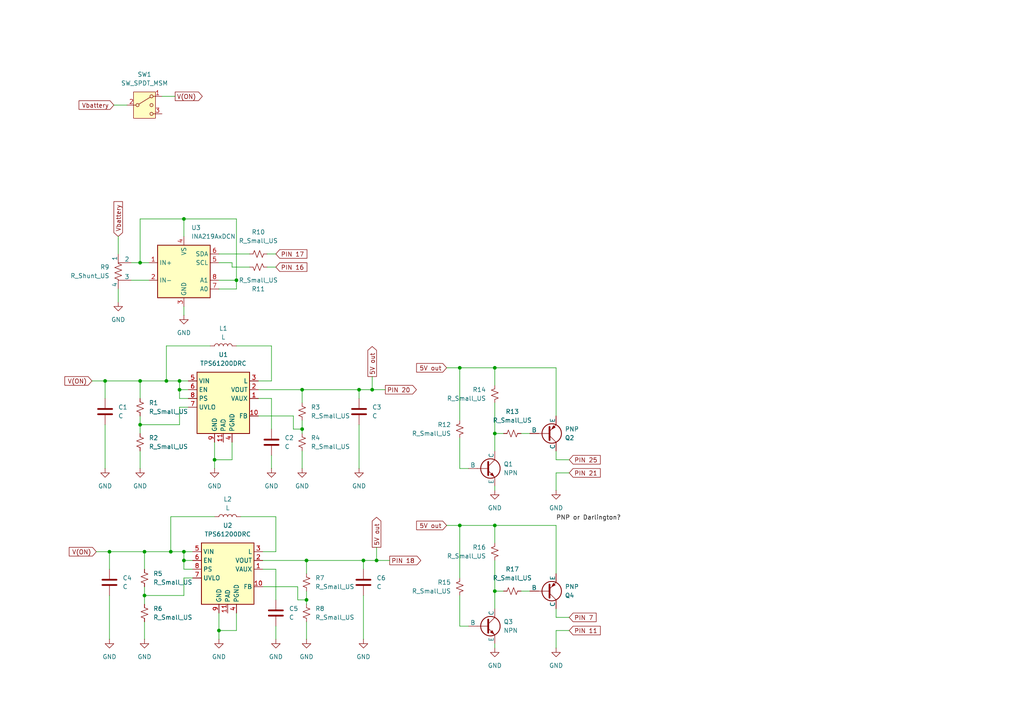
<source format=kicad_sch>
(kicad_sch
	(version 20250114)
	(generator "eeschema")
	(generator_version "9.0")
	(uuid "25e38098-7948-4c0a-af95-7c2f2a6b8c10")
	(paper "A4")
	(lib_symbols
		(symbol "Device:C"
			(pin_numbers
				(hide yes)
			)
			(pin_names
				(offset 0.254)
			)
			(exclude_from_sim no)
			(in_bom yes)
			(on_board yes)
			(property "Reference" "C"
				(at 0.635 2.54 0)
				(effects
					(font
						(size 1.27 1.27)
					)
					(justify left)
				)
			)
			(property "Value" "C"
				(at 0.635 -2.54 0)
				(effects
					(font
						(size 1.27 1.27)
					)
					(justify left)
				)
			)
			(property "Footprint" ""
				(at 0.9652 -3.81 0)
				(effects
					(font
						(size 1.27 1.27)
					)
					(hide yes)
				)
			)
			(property "Datasheet" "~"
				(at 0 0 0)
				(effects
					(font
						(size 1.27 1.27)
					)
					(hide yes)
				)
			)
			(property "Description" "Unpolarized capacitor"
				(at 0 0 0)
				(effects
					(font
						(size 1.27 1.27)
					)
					(hide yes)
				)
			)
			(property "ki_keywords" "cap capacitor"
				(at 0 0 0)
				(effects
					(font
						(size 1.27 1.27)
					)
					(hide yes)
				)
			)
			(property "ki_fp_filters" "C_*"
				(at 0 0 0)
				(effects
					(font
						(size 1.27 1.27)
					)
					(hide yes)
				)
			)
			(symbol "C_0_1"
				(polyline
					(pts
						(xy -2.032 0.762) (xy 2.032 0.762)
					)
					(stroke
						(width 0.508)
						(type default)
					)
					(fill
						(type none)
					)
				)
				(polyline
					(pts
						(xy -2.032 -0.762) (xy 2.032 -0.762)
					)
					(stroke
						(width 0.508)
						(type default)
					)
					(fill
						(type none)
					)
				)
			)
			(symbol "C_1_1"
				(pin passive line
					(at 0 3.81 270)
					(length 2.794)
					(name "~"
						(effects
							(font
								(size 1.27 1.27)
							)
						)
					)
					(number "1"
						(effects
							(font
								(size 1.27 1.27)
							)
						)
					)
				)
				(pin passive line
					(at 0 -3.81 90)
					(length 2.794)
					(name "~"
						(effects
							(font
								(size 1.27 1.27)
							)
						)
					)
					(number "2"
						(effects
							(font
								(size 1.27 1.27)
							)
						)
					)
				)
			)
			(embedded_fonts no)
		)
		(symbol "Device:L"
			(pin_numbers
				(hide yes)
			)
			(pin_names
				(offset 1.016)
				(hide yes)
			)
			(exclude_from_sim no)
			(in_bom yes)
			(on_board yes)
			(property "Reference" "L"
				(at -1.27 0 90)
				(effects
					(font
						(size 1.27 1.27)
					)
				)
			)
			(property "Value" "L"
				(at 1.905 0 90)
				(effects
					(font
						(size 1.27 1.27)
					)
				)
			)
			(property "Footprint" ""
				(at 0 0 0)
				(effects
					(font
						(size 1.27 1.27)
					)
					(hide yes)
				)
			)
			(property "Datasheet" "~"
				(at 0 0 0)
				(effects
					(font
						(size 1.27 1.27)
					)
					(hide yes)
				)
			)
			(property "Description" "Inductor"
				(at 0 0 0)
				(effects
					(font
						(size 1.27 1.27)
					)
					(hide yes)
				)
			)
			(property "ki_keywords" "inductor choke coil reactor magnetic"
				(at 0 0 0)
				(effects
					(font
						(size 1.27 1.27)
					)
					(hide yes)
				)
			)
			(property "ki_fp_filters" "Choke_* *Coil* Inductor_* L_*"
				(at 0 0 0)
				(effects
					(font
						(size 1.27 1.27)
					)
					(hide yes)
				)
			)
			(symbol "L_0_1"
				(arc
					(start 0 2.54)
					(mid 0.6323 1.905)
					(end 0 1.27)
					(stroke
						(width 0)
						(type default)
					)
					(fill
						(type none)
					)
				)
				(arc
					(start 0 1.27)
					(mid 0.6323 0.635)
					(end 0 0)
					(stroke
						(width 0)
						(type default)
					)
					(fill
						(type none)
					)
				)
				(arc
					(start 0 0)
					(mid 0.6323 -0.635)
					(end 0 -1.27)
					(stroke
						(width 0)
						(type default)
					)
					(fill
						(type none)
					)
				)
				(arc
					(start 0 -1.27)
					(mid 0.6323 -1.905)
					(end 0 -2.54)
					(stroke
						(width 0)
						(type default)
					)
					(fill
						(type none)
					)
				)
			)
			(symbol "L_1_1"
				(pin passive line
					(at 0 3.81 270)
					(length 1.27)
					(name "1"
						(effects
							(font
								(size 1.27 1.27)
							)
						)
					)
					(number "1"
						(effects
							(font
								(size 1.27 1.27)
							)
						)
					)
				)
				(pin passive line
					(at 0 -3.81 90)
					(length 1.27)
					(name "2"
						(effects
							(font
								(size 1.27 1.27)
							)
						)
					)
					(number "2"
						(effects
							(font
								(size 1.27 1.27)
							)
						)
					)
				)
			)
			(embedded_fonts no)
		)
		(symbol "Device:R_Shunt_US"
			(pin_numbers
				(hide yes)
			)
			(pin_names
				(offset 0)
			)
			(exclude_from_sim no)
			(in_bom yes)
			(on_board yes)
			(property "Reference" "R"
				(at -5.08 0 90)
				(effects
					(font
						(size 1.27 1.27)
					)
				)
			)
			(property "Value" "R_Shunt_US"
				(at -3.048 0 90)
				(effects
					(font
						(size 1.27 1.27)
					)
				)
			)
			(property "Footprint" ""
				(at -1.778 0 90)
				(effects
					(font
						(size 1.27 1.27)
					)
					(hide yes)
				)
			)
			(property "Datasheet" "~"
				(at 0 0 0)
				(effects
					(font
						(size 1.27 1.27)
					)
					(hide yes)
				)
			)
			(property "Description" "Shunt resistor, US symbol"
				(at 0 0 0)
				(effects
					(font
						(size 1.27 1.27)
					)
					(hide yes)
				)
			)
			(property "ki_keywords" "R res shunt resistor"
				(at 0 0 0)
				(effects
					(font
						(size 1.27 1.27)
					)
					(hide yes)
				)
			)
			(property "ki_fp_filters" "R_*Shunt*"
				(at 0 0 0)
				(effects
					(font
						(size 1.27 1.27)
					)
					(hide yes)
				)
			)
			(symbol "R_Shunt_US_1_1"
				(polyline
					(pts
						(xy 0 2.286) (xy 0 2.54)
					)
					(stroke
						(width 0)
						(type default)
					)
					(fill
						(type none)
					)
				)
				(polyline
					(pts
						(xy 0 2.286) (xy 1.016 1.905) (xy 0 1.524) (xy -1.016 1.143) (xy 0 0.762)
					)
					(stroke
						(width 0)
						(type default)
					)
					(fill
						(type none)
					)
				)
				(polyline
					(pts
						(xy 0 0.762) (xy 1.016 0.381) (xy 0 0) (xy -1.016 -0.381) (xy 0 -0.762)
					)
					(stroke
						(width 0)
						(type default)
					)
					(fill
						(type none)
					)
				)
				(polyline
					(pts
						(xy 0 -0.762) (xy 1.016 -1.143) (xy 0 -1.524) (xy -1.016 -1.905) (xy 0 -2.286)
					)
					(stroke
						(width 0)
						(type default)
					)
					(fill
						(type none)
					)
				)
				(polyline
					(pts
						(xy 0 -2.286) (xy 0 -2.54)
					)
					(stroke
						(width 0)
						(type default)
					)
					(fill
						(type none)
					)
				)
				(polyline
					(pts
						(xy 0 -2.54) (xy 1.27 -2.54)
					)
					(stroke
						(width 0)
						(type default)
					)
					(fill
						(type none)
					)
				)
				(polyline
					(pts
						(xy 1.27 2.54) (xy 0 2.54)
					)
					(stroke
						(width 0)
						(type default)
					)
					(fill
						(type none)
					)
				)
				(pin passive line
					(at 0 5.08 270)
					(length 2.54)
					(name "1"
						(effects
							(font
								(size 1.27 1.27)
							)
						)
					)
					(number "1"
						(effects
							(font
								(size 1.27 1.27)
							)
						)
					)
				)
				(pin passive line
					(at 0 -5.08 90)
					(length 2.54)
					(name "4"
						(effects
							(font
								(size 1.27 1.27)
							)
						)
					)
					(number "4"
						(effects
							(font
								(size 1.27 1.27)
							)
						)
					)
				)
				(pin passive line
					(at 3.81 2.54 180)
					(length 2.54)
					(name "2"
						(effects
							(font
								(size 1.27 1.27)
							)
						)
					)
					(number "2"
						(effects
							(font
								(size 1.27 1.27)
							)
						)
					)
				)
				(pin passive line
					(at 3.81 -2.54 180)
					(length 2.54)
					(name "3"
						(effects
							(font
								(size 1.27 1.27)
							)
						)
					)
					(number "3"
						(effects
							(font
								(size 1.27 1.27)
							)
						)
					)
				)
			)
			(embedded_fonts no)
		)
		(symbol "Device:R_Small_US"
			(pin_numbers
				(hide yes)
			)
			(pin_names
				(offset 0.254)
				(hide yes)
			)
			(exclude_from_sim no)
			(in_bom yes)
			(on_board yes)
			(property "Reference" "R"
				(at 0.762 0.508 0)
				(effects
					(font
						(size 1.27 1.27)
					)
					(justify left)
				)
			)
			(property "Value" "R_Small_US"
				(at 0.762 -1.016 0)
				(effects
					(font
						(size 1.27 1.27)
					)
					(justify left)
				)
			)
			(property "Footprint" ""
				(at 0 0 0)
				(effects
					(font
						(size 1.27 1.27)
					)
					(hide yes)
				)
			)
			(property "Datasheet" "~"
				(at 0 0 0)
				(effects
					(font
						(size 1.27 1.27)
					)
					(hide yes)
				)
			)
			(property "Description" "Resistor, small US symbol"
				(at 0 0 0)
				(effects
					(font
						(size 1.27 1.27)
					)
					(hide yes)
				)
			)
			(property "ki_keywords" "r resistor"
				(at 0 0 0)
				(effects
					(font
						(size 1.27 1.27)
					)
					(hide yes)
				)
			)
			(property "ki_fp_filters" "R_*"
				(at 0 0 0)
				(effects
					(font
						(size 1.27 1.27)
					)
					(hide yes)
				)
			)
			(symbol "R_Small_US_1_1"
				(polyline
					(pts
						(xy 0 1.524) (xy 1.016 1.143) (xy 0 0.762) (xy -1.016 0.381) (xy 0 0)
					)
					(stroke
						(width 0)
						(type default)
					)
					(fill
						(type none)
					)
				)
				(polyline
					(pts
						(xy 0 0) (xy 1.016 -0.381) (xy 0 -0.762) (xy -1.016 -1.143) (xy 0 -1.524)
					)
					(stroke
						(width 0)
						(type default)
					)
					(fill
						(type none)
					)
				)
				(pin passive line
					(at 0 2.54 270)
					(length 1.016)
					(name "~"
						(effects
							(font
								(size 1.27 1.27)
							)
						)
					)
					(number "1"
						(effects
							(font
								(size 1.27 1.27)
							)
						)
					)
				)
				(pin passive line
					(at 0 -2.54 90)
					(length 1.016)
					(name "~"
						(effects
							(font
								(size 1.27 1.27)
							)
						)
					)
					(number "2"
						(effects
							(font
								(size 1.27 1.27)
							)
						)
					)
				)
			)
			(embedded_fonts no)
		)
		(symbol "Regulator_Switching:TPS61200DRC"
			(exclude_from_sim no)
			(in_bom yes)
			(on_board yes)
			(property "Reference" "U"
				(at -10.16 8.89 0)
				(effects
					(font
						(size 1.27 1.27)
					)
					(justify left)
				)
			)
			(property "Value" "TPS61200DRC"
				(at -2.54 8.89 0)
				(effects
					(font
						(size 1.27 1.27)
					)
					(justify left)
				)
			)
			(property "Footprint" "Package_SON:Texas_S-PVSON-N10_ThermalVias"
				(at 0 -11.43 0)
				(effects
					(font
						(size 1.27 1.27)
					)
					(hide yes)
				)
			)
			(property "Datasheet" "http://www.ti.com/lit/ds/symlink/tps61200.pdf"
				(at 0 0 0)
				(effects
					(font
						(size 1.27 1.27)
					)
					(hide yes)
				)
			)
			(property "Description" "Low Input Voltage Synchronous Boost Converter With 1.3A Switches, Adjustable Output Voltage, 0.3-5.5V Input Voltage, VSON-10"
				(at 0 0 0)
				(effects
					(font
						(size 1.27 1.27)
					)
					(hide yes)
				)
			)
			(property "ki_keywords" "boost step-up DC/DC synchronous"
				(at 0 0 0)
				(effects
					(font
						(size 1.27 1.27)
					)
					(hide yes)
				)
			)
			(property "ki_fp_filters" "Texas*S*PVSON*N10*ThermalVias*"
				(at 0 0 0)
				(effects
					(font
						(size 1.27 1.27)
					)
					(hide yes)
				)
			)
			(symbol "TPS61200DRC_0_1"
				(rectangle
					(start -7.62 7.62)
					(end 7.62 -10.16)
					(stroke
						(width 0.254)
						(type default)
					)
					(fill
						(type background)
					)
				)
			)
			(symbol "TPS61200DRC_1_1"
				(pin power_in line
					(at -10.16 5.08 0)
					(length 2.54)
					(name "VIN"
						(effects
							(font
								(size 1.27 1.27)
							)
						)
					)
					(number "5"
						(effects
							(font
								(size 1.27 1.27)
							)
						)
					)
				)
				(pin input line
					(at -10.16 2.54 0)
					(length 2.54)
					(name "EN"
						(effects
							(font
								(size 1.27 1.27)
							)
						)
					)
					(number "6"
						(effects
							(font
								(size 1.27 1.27)
							)
						)
					)
				)
				(pin input line
					(at -10.16 0 0)
					(length 2.54)
					(name "PS"
						(effects
							(font
								(size 1.27 1.27)
							)
						)
					)
					(number "8"
						(effects
							(font
								(size 1.27 1.27)
							)
						)
					)
				)
				(pin input line
					(at -10.16 -2.54 0)
					(length 2.54)
					(name "UVLO"
						(effects
							(font
								(size 1.27 1.27)
							)
						)
					)
					(number "7"
						(effects
							(font
								(size 1.27 1.27)
							)
						)
					)
				)
				(pin power_in line
					(at -2.54 -12.7 90)
					(length 2.54)
					(name "GND"
						(effects
							(font
								(size 1.27 1.27)
							)
						)
					)
					(number "9"
						(effects
							(font
								(size 1.27 1.27)
							)
						)
					)
				)
				(pin power_in line
					(at 0 -12.7 90)
					(length 2.54)
					(name "PAD"
						(effects
							(font
								(size 1.27 1.27)
							)
						)
					)
					(number "11"
						(effects
							(font
								(size 1.27 1.27)
							)
						)
					)
				)
				(pin power_in line
					(at 2.54 -12.7 90)
					(length 2.54)
					(name "PGND"
						(effects
							(font
								(size 1.27 1.27)
							)
						)
					)
					(number "4"
						(effects
							(font
								(size 1.27 1.27)
							)
						)
					)
				)
				(pin input line
					(at 10.16 5.08 180)
					(length 2.54)
					(name "L"
						(effects
							(font
								(size 1.27 1.27)
							)
						)
					)
					(number "3"
						(effects
							(font
								(size 1.27 1.27)
							)
						)
					)
				)
				(pin power_out line
					(at 10.16 2.54 180)
					(length 2.54)
					(name "VOUT"
						(effects
							(font
								(size 1.27 1.27)
							)
						)
					)
					(number "2"
						(effects
							(font
								(size 1.27 1.27)
							)
						)
					)
				)
				(pin bidirectional line
					(at 10.16 0 180)
					(length 2.54)
					(name "VAUX"
						(effects
							(font
								(size 1.27 1.27)
							)
						)
					)
					(number "1"
						(effects
							(font
								(size 1.27 1.27)
							)
						)
					)
				)
				(pin input line
					(at 10.16 -5.08 180)
					(length 2.54)
					(name "FB"
						(effects
							(font
								(size 1.27 1.27)
							)
						)
					)
					(number "10"
						(effects
							(font
								(size 1.27 1.27)
							)
						)
					)
				)
			)
			(embedded_fonts no)
		)
		(symbol "Sensor_Energy:INA219AxDCN"
			(exclude_from_sim no)
			(in_bom yes)
			(on_board yes)
			(property "Reference" "U"
				(at -6.35 8.89 0)
				(effects
					(font
						(size 1.27 1.27)
					)
				)
			)
			(property "Value" "INA219AxDCN"
				(at 6.35 8.89 0)
				(effects
					(font
						(size 1.27 1.27)
					)
				)
			)
			(property "Footprint" "Package_TO_SOT_SMD:SOT-23-8"
				(at 16.51 -8.89 0)
				(effects
					(font
						(size 1.27 1.27)
					)
					(hide yes)
				)
			)
			(property "Datasheet" "http://www.ti.com/lit/ds/symlink/ina219.pdf"
				(at 8.89 -2.54 0)
				(effects
					(font
						(size 1.27 1.27)
					)
					(hide yes)
				)
			)
			(property "Description" "Zero-Drift, Bidirectional Current/Power Monitor (0-26V) With I2C Interface, SOT-23-8"
				(at 0 0 0)
				(effects
					(font
						(size 1.27 1.27)
					)
					(hide yes)
				)
			)
			(property "ki_keywords" "ADC I2C 16-Bit Oversampling Current Shunt"
				(at 0 0 0)
				(effects
					(font
						(size 1.27 1.27)
					)
					(hide yes)
				)
			)
			(property "ki_fp_filters" "SOT?23*"
				(at 0 0 0)
				(effects
					(font
						(size 1.27 1.27)
					)
					(hide yes)
				)
			)
			(symbol "INA219AxDCN_0_1"
				(rectangle
					(start -7.62 7.62)
					(end 7.62 -7.62)
					(stroke
						(width 0.254)
						(type default)
					)
					(fill
						(type background)
					)
				)
			)
			(symbol "INA219AxDCN_1_1"
				(pin input line
					(at -10.16 2.54 0)
					(length 2.54)
					(name "IN+"
						(effects
							(font
								(size 1.27 1.27)
							)
						)
					)
					(number "1"
						(effects
							(font
								(size 1.27 1.27)
							)
						)
					)
				)
				(pin input line
					(at -10.16 -2.54 0)
					(length 2.54)
					(name "IN-"
						(effects
							(font
								(size 1.27 1.27)
							)
						)
					)
					(number "2"
						(effects
							(font
								(size 1.27 1.27)
							)
						)
					)
				)
				(pin power_in line
					(at 0 10.16 270)
					(length 2.54)
					(name "VS"
						(effects
							(font
								(size 1.27 1.27)
							)
						)
					)
					(number "4"
						(effects
							(font
								(size 1.27 1.27)
							)
						)
					)
				)
				(pin power_in line
					(at 0 -10.16 90)
					(length 2.54)
					(name "GND"
						(effects
							(font
								(size 1.27 1.27)
							)
						)
					)
					(number "3"
						(effects
							(font
								(size 1.27 1.27)
							)
						)
					)
				)
				(pin bidirectional line
					(at 10.16 5.08 180)
					(length 2.54)
					(name "SDA"
						(effects
							(font
								(size 1.27 1.27)
							)
						)
					)
					(number "6"
						(effects
							(font
								(size 1.27 1.27)
							)
						)
					)
				)
				(pin input line
					(at 10.16 2.54 180)
					(length 2.54)
					(name "SCL"
						(effects
							(font
								(size 1.27 1.27)
							)
						)
					)
					(number "5"
						(effects
							(font
								(size 1.27 1.27)
							)
						)
					)
				)
				(pin input line
					(at 10.16 -2.54 180)
					(length 2.54)
					(name "A1"
						(effects
							(font
								(size 1.27 1.27)
							)
						)
					)
					(number "8"
						(effects
							(font
								(size 1.27 1.27)
							)
						)
					)
				)
				(pin input line
					(at 10.16 -5.08 180)
					(length 2.54)
					(name "A0"
						(effects
							(font
								(size 1.27 1.27)
							)
						)
					)
					(number "7"
						(effects
							(font
								(size 1.27 1.27)
							)
						)
					)
				)
			)
			(embedded_fonts no)
		)
		(symbol "Simulation_SPICE:NPN"
			(pin_numbers
				(hide yes)
			)
			(pin_names
				(offset 0)
			)
			(exclude_from_sim no)
			(in_bom yes)
			(on_board yes)
			(property "Reference" "Q"
				(at -2.54 7.62 0)
				(effects
					(font
						(size 1.27 1.27)
					)
				)
			)
			(property "Value" "NPN"
				(at -2.54 5.08 0)
				(effects
					(font
						(size 1.27 1.27)
					)
				)
			)
			(property "Footprint" ""
				(at 63.5 0 0)
				(effects
					(font
						(size 1.27 1.27)
					)
					(hide yes)
				)
			)
			(property "Datasheet" "https://ngspice.sourceforge.io/docs/ngspice-html-manual/manual.xhtml#cha_BJTs"
				(at 63.5 0 0)
				(effects
					(font
						(size 1.27 1.27)
					)
					(hide yes)
				)
			)
			(property "Description" "Bipolar transistor symbol for simulation only, substrate tied to the emitter"
				(at 0 0 0)
				(effects
					(font
						(size 1.27 1.27)
					)
					(hide yes)
				)
			)
			(property "Sim.Device" "NPN"
				(at 0 0 0)
				(effects
					(font
						(size 1.27 1.27)
					)
					(hide yes)
				)
			)
			(property "Sim.Type" "GUMMELPOON"
				(at 0 0 0)
				(effects
					(font
						(size 1.27 1.27)
					)
					(hide yes)
				)
			)
			(property "Sim.Pins" "1=C 2=B 3=E"
				(at 0 0 0)
				(effects
					(font
						(size 1.27 1.27)
					)
					(hide yes)
				)
			)
			(property "ki_keywords" "simulation"
				(at 0 0 0)
				(effects
					(font
						(size 1.27 1.27)
					)
					(hide yes)
				)
			)
			(symbol "NPN_0_1"
				(polyline
					(pts
						(xy -2.54 0) (xy 0.635 0)
					)
					(stroke
						(width 0.1524)
						(type default)
					)
					(fill
						(type none)
					)
				)
				(polyline
					(pts
						(xy 0.635 1.905) (xy 0.635 -1.905) (xy 0.635 -1.905)
					)
					(stroke
						(width 0.508)
						(type default)
					)
					(fill
						(type none)
					)
				)
				(polyline
					(pts
						(xy 0.635 0.635) (xy 2.54 2.54)
					)
					(stroke
						(width 0)
						(type default)
					)
					(fill
						(type none)
					)
				)
				(polyline
					(pts
						(xy 0.635 -0.635) (xy 2.54 -2.54) (xy 2.54 -2.54)
					)
					(stroke
						(width 0)
						(type default)
					)
					(fill
						(type none)
					)
				)
				(circle
					(center 1.27 0)
					(radius 2.8194)
					(stroke
						(width 0.254)
						(type default)
					)
					(fill
						(type none)
					)
				)
				(polyline
					(pts
						(xy 1.27 -1.778) (xy 1.778 -1.27) (xy 2.286 -2.286) (xy 1.27 -1.778) (xy 1.27 -1.778)
					)
					(stroke
						(width 0)
						(type default)
					)
					(fill
						(type outline)
					)
				)
				(polyline
					(pts
						(xy 2.794 -1.27) (xy 2.794 -1.27)
					)
					(stroke
						(width 0.1524)
						(type default)
					)
					(fill
						(type none)
					)
				)
				(polyline
					(pts
						(xy 2.794 -1.27) (xy 2.794 -1.27)
					)
					(stroke
						(width 0.1524)
						(type default)
					)
					(fill
						(type none)
					)
				)
			)
			(symbol "NPN_1_1"
				(pin input line
					(at -5.08 0 0)
					(length 2.54)
					(name "B"
						(effects
							(font
								(size 1.27 1.27)
							)
						)
					)
					(number "2"
						(effects
							(font
								(size 1.27 1.27)
							)
						)
					)
				)
				(pin open_collector line
					(at 2.54 5.08 270)
					(length 2.54)
					(name "C"
						(effects
							(font
								(size 1.27 1.27)
							)
						)
					)
					(number "1"
						(effects
							(font
								(size 1.27 1.27)
							)
						)
					)
				)
				(pin open_emitter line
					(at 2.54 -5.08 90)
					(length 2.54)
					(name "E"
						(effects
							(font
								(size 1.27 1.27)
							)
						)
					)
					(number "3"
						(effects
							(font
								(size 1.27 1.27)
							)
						)
					)
				)
			)
			(embedded_fonts no)
		)
		(symbol "Simulation_SPICE:PNP"
			(pin_numbers
				(hide yes)
			)
			(pin_names
				(offset 0)
			)
			(exclude_from_sim no)
			(in_bom yes)
			(on_board yes)
			(property "Reference" "Q"
				(at -2.54 7.62 0)
				(effects
					(font
						(size 1.27 1.27)
					)
				)
			)
			(property "Value" "PNP"
				(at -2.54 5.08 0)
				(effects
					(font
						(size 1.27 1.27)
					)
				)
			)
			(property "Footprint" ""
				(at 35.56 0 0)
				(effects
					(font
						(size 1.27 1.27)
					)
					(hide yes)
				)
			)
			(property "Datasheet" "https://ngspice.sourceforge.io/docs/ngspice-html-manual/manual.xhtml#cha_BJTs"
				(at 35.56 0 0)
				(effects
					(font
						(size 1.27 1.27)
					)
					(hide yes)
				)
			)
			(property "Description" "Bipolar transistor symbol for simulation only, substrate tied to the emitter"
				(at 0 0 0)
				(effects
					(font
						(size 1.27 1.27)
					)
					(hide yes)
				)
			)
			(property "Sim.Device" "PNP"
				(at 0 0 0)
				(effects
					(font
						(size 1.27 1.27)
					)
					(hide yes)
				)
			)
			(property "Sim.Type" "GUMMELPOON"
				(at 0 0 0)
				(effects
					(font
						(size 1.27 1.27)
					)
					(hide yes)
				)
			)
			(property "Sim.Pins" "1=C 2=B 3=E"
				(at 0 0 0)
				(effects
					(font
						(size 1.27 1.27)
					)
					(hide yes)
				)
			)
			(property "ki_keywords" "simulation"
				(at 0 0 0)
				(effects
					(font
						(size 1.27 1.27)
					)
					(hide yes)
				)
			)
			(symbol "PNP_0_1"
				(polyline
					(pts
						(xy -2.54 0) (xy 0.635 0)
					)
					(stroke
						(width 0.1524)
						(type default)
					)
					(fill
						(type none)
					)
				)
				(polyline
					(pts
						(xy 0.635 1.905) (xy 0.635 -1.905) (xy 0.635 -1.905)
					)
					(stroke
						(width 0.508)
						(type default)
					)
					(fill
						(type none)
					)
				)
				(polyline
					(pts
						(xy 0.635 0.635) (xy 2.54 2.54)
					)
					(stroke
						(width 0)
						(type default)
					)
					(fill
						(type none)
					)
				)
				(polyline
					(pts
						(xy 0.635 -0.635) (xy 2.54 -2.54) (xy 2.54 -2.54)
					)
					(stroke
						(width 0)
						(type default)
					)
					(fill
						(type none)
					)
				)
				(circle
					(center 1.27 0)
					(radius 2.8194)
					(stroke
						(width 0.254)
						(type default)
					)
					(fill
						(type none)
					)
				)
				(polyline
					(pts
						(xy 2.286 -1.778) (xy 1.778 -2.286) (xy 1.27 -1.27) (xy 2.286 -1.778) (xy 2.286 -1.778)
					)
					(stroke
						(width 0)
						(type default)
					)
					(fill
						(type outline)
					)
				)
			)
			(symbol "PNP_1_1"
				(pin input line
					(at -5.08 0 0)
					(length 2.54)
					(name "B"
						(effects
							(font
								(size 1.27 1.27)
							)
						)
					)
					(number "2"
						(effects
							(font
								(size 1.27 1.27)
							)
						)
					)
				)
				(pin open_collector line
					(at 2.54 5.08 270)
					(length 2.54)
					(name "C"
						(effects
							(font
								(size 1.27 1.27)
							)
						)
					)
					(number "1"
						(effects
							(font
								(size 1.27 1.27)
							)
						)
					)
				)
				(pin open_emitter line
					(at 2.54 -5.08 90)
					(length 2.54)
					(name "E"
						(effects
							(font
								(size 1.27 1.27)
							)
						)
					)
					(number "3"
						(effects
							(font
								(size 1.27 1.27)
							)
						)
					)
				)
			)
			(embedded_fonts no)
		)
		(symbol "Switch:SW_SPDT_MSM"
			(pin_names
				(offset 0)
				(hide yes)
			)
			(exclude_from_sim no)
			(in_bom yes)
			(on_board yes)
			(property "Reference" "SW"
				(at 0 5.08 0)
				(effects
					(font
						(size 1.27 1.27)
					)
				)
			)
			(property "Value" "SW_SPDT_MSM"
				(at 0 -5.08 0)
				(effects
					(font
						(size 1.27 1.27)
					)
				)
			)
			(property "Footprint" ""
				(at -13.97 11.43 0)
				(effects
					(font
						(size 1.27 1.27)
					)
					(hide yes)
				)
			)
			(property "Datasheet" "~"
				(at 0 -7.62 0)
				(effects
					(font
						(size 1.27 1.27)
					)
					(hide yes)
				)
			)
			(property "Description" "Switch, single pole double throw, center OFF position"
				(at 0 0 0)
				(effects
					(font
						(size 1.27 1.27)
					)
					(hide yes)
				)
			)
			(property "ki_keywords" "switch spdt single-pole double-throw ON-OFF-ON"
				(at 0 0 0)
				(effects
					(font
						(size 1.27 1.27)
					)
					(hide yes)
				)
			)
			(symbol "SW_SPDT_MSM_0_1"
				(circle
					(center -2.032 0)
					(radius 0.4572)
					(stroke
						(width 0)
						(type default)
					)
					(fill
						(type none)
					)
				)
				(polyline
					(pts
						(xy -1.651 0.254) (xy 1.651 2.286)
					)
					(stroke
						(width 0)
						(type default)
					)
					(fill
						(type none)
					)
				)
				(circle
					(center 2.032 2.54)
					(radius 0.4572)
					(stroke
						(width 0)
						(type default)
					)
					(fill
						(type none)
					)
				)
				(circle
					(center 2.032 0)
					(radius 0.4572)
					(stroke
						(width 0)
						(type default)
					)
					(fill
						(type none)
					)
				)
				(circle
					(center 2.032 -2.54)
					(radius 0.4572)
					(stroke
						(width 0)
						(type default)
					)
					(fill
						(type none)
					)
				)
			)
			(symbol "SW_SPDT_MSM_1_1"
				(rectangle
					(start -3.175 3.81)
					(end 3.175 -3.81)
					(stroke
						(width 0)
						(type default)
					)
					(fill
						(type background)
					)
				)
				(pin passive line
					(at -5.08 0 0)
					(length 2.54)
					(name "3"
						(effects
							(font
								(size 1.27 1.27)
							)
						)
					)
					(number "2"
						(effects
							(font
								(size 1.27 1.27)
							)
						)
					)
				)
				(pin passive line
					(at 5.08 2.54 180)
					(length 2.54)
					(name "1"
						(effects
							(font
								(size 1.27 1.27)
							)
						)
					)
					(number "1"
						(effects
							(font
								(size 1.27 1.27)
							)
						)
					)
				)
				(pin passive line
					(at 5.08 -2.54 180)
					(length 2.54)
					(name "4"
						(effects
							(font
								(size 1.27 1.27)
							)
						)
					)
					(number "3"
						(effects
							(font
								(size 1.27 1.27)
							)
						)
					)
				)
			)
			(embedded_fonts no)
		)
		(symbol "power:GND"
			(power)
			(pin_numbers
				(hide yes)
			)
			(pin_names
				(offset 0)
				(hide yes)
			)
			(exclude_from_sim no)
			(in_bom yes)
			(on_board yes)
			(property "Reference" "#PWR"
				(at 0 -6.35 0)
				(effects
					(font
						(size 1.27 1.27)
					)
					(hide yes)
				)
			)
			(property "Value" "GND"
				(at 0 -3.81 0)
				(effects
					(font
						(size 1.27 1.27)
					)
				)
			)
			(property "Footprint" ""
				(at 0 0 0)
				(effects
					(font
						(size 1.27 1.27)
					)
					(hide yes)
				)
			)
			(property "Datasheet" ""
				(at 0 0 0)
				(effects
					(font
						(size 1.27 1.27)
					)
					(hide yes)
				)
			)
			(property "Description" "Power symbol creates a global label with name \"GND\" , ground"
				(at 0 0 0)
				(effects
					(font
						(size 1.27 1.27)
					)
					(hide yes)
				)
			)
			(property "ki_keywords" "global power"
				(at 0 0 0)
				(effects
					(font
						(size 1.27 1.27)
					)
					(hide yes)
				)
			)
			(symbol "GND_0_1"
				(polyline
					(pts
						(xy 0 0) (xy 0 -1.27) (xy 1.27 -1.27) (xy 0 -2.54) (xy -1.27 -1.27) (xy 0 -1.27)
					)
					(stroke
						(width 0)
						(type default)
					)
					(fill
						(type none)
					)
				)
			)
			(symbol "GND_1_1"
				(pin power_in line
					(at 0 0 270)
					(length 0)
					(name "~"
						(effects
							(font
								(size 1.27 1.27)
							)
						)
					)
					(number "1"
						(effects
							(font
								(size 1.27 1.27)
							)
						)
					)
				)
			)
			(embedded_fonts no)
		)
	)
	(junction
		(at 31.75 160.02)
		(diameter 0)
		(color 0 0 0 0)
		(uuid "066934c2-41b8-47e4-b498-29f67357cac4")
	)
	(junction
		(at 87.63 113.03)
		(diameter 0)
		(color 0 0 0 0)
		(uuid "0abda0ea-e8c7-4734-97e0-932cb7dcec56")
	)
	(junction
		(at 88.9 162.56)
		(diameter 0)
		(color 0 0 0 0)
		(uuid "17e38297-079a-44a7-80b7-c9044c82961d")
	)
	(junction
		(at 143.51 125.73)
		(diameter 0)
		(color 0 0 0 0)
		(uuid "1a08985c-be68-46a9-8deb-d363f7bf0148")
	)
	(junction
		(at 53.34 160.02)
		(diameter 0)
		(color 0 0 0 0)
		(uuid "1e93fd2b-3ac5-4bb0-933d-f536e4e550ec")
	)
	(junction
		(at 143.51 152.4)
		(diameter 0)
		(color 0 0 0 0)
		(uuid "2bcf6f6f-c160-4250-98f4-6d79e10de684")
	)
	(junction
		(at 62.23 133.35)
		(diameter 0)
		(color 0 0 0 0)
		(uuid "2dde2b3b-5d8b-4dbf-8a70-4cfdab0a2b35")
	)
	(junction
		(at 88.9 173.99)
		(diameter 0)
		(color 0 0 0 0)
		(uuid "2e9c879f-f05b-4d6b-be65-82b0aeb745ca")
	)
	(junction
		(at 52.07 110.49)
		(diameter 0)
		(color 0 0 0 0)
		(uuid "2fc2a2e3-8424-453b-a448-5d9999d8c819")
	)
	(junction
		(at 48.26 110.49)
		(diameter 0)
		(color 0 0 0 0)
		(uuid "3193a2a3-9afd-4c9c-b3bb-efc3fa516d0e")
	)
	(junction
		(at 41.91 160.02)
		(diameter 0)
		(color 0 0 0 0)
		(uuid "374278bd-0347-4c4d-83fb-fb121977ae8d")
	)
	(junction
		(at 68.58 81.28)
		(diameter 0)
		(color 0 0 0 0)
		(uuid "3e4c5f23-d0c4-4173-938e-6950aee98fe0")
	)
	(junction
		(at 41.91 172.72)
		(diameter 0)
		(color 0 0 0 0)
		(uuid "3f7b9623-e0db-4d38-ae61-2486e78c7f7c")
	)
	(junction
		(at 133.35 152.4)
		(diameter 0)
		(color 0 0 0 0)
		(uuid "4a9edfcf-a9bf-492b-8126-32cebc3eab96")
	)
	(junction
		(at 30.48 110.49)
		(diameter 0)
		(color 0 0 0 0)
		(uuid "51a0ed9e-65bf-4975-ba4b-bb5435d83c04")
	)
	(junction
		(at 63.5 182.88)
		(diameter 0)
		(color 0 0 0 0)
		(uuid "52b8daca-6a40-4d5e-b43b-d38d60408238")
	)
	(junction
		(at 53.34 162.56)
		(diameter 0)
		(color 0 0 0 0)
		(uuid "5328f83b-70f3-4156-a3b2-5d6600918915")
	)
	(junction
		(at 143.51 171.45)
		(diameter 0)
		(color 0 0 0 0)
		(uuid "54f63a88-2abc-4929-bcce-c4764ddee4b2")
	)
	(junction
		(at 40.64 110.49)
		(diameter 0)
		(color 0 0 0 0)
		(uuid "587493f2-3c6a-487f-bb84-c9ab24ca84b3")
	)
	(junction
		(at 107.95 113.03)
		(diameter 0)
		(color 0 0 0 0)
		(uuid "62823c66-69ca-41f5-8014-c057e20e9b0f")
	)
	(junction
		(at 105.41 162.56)
		(diameter 0)
		(color 0 0 0 0)
		(uuid "64c1b044-611e-49b1-9e2c-09e9c24535c1")
	)
	(junction
		(at 49.53 160.02)
		(diameter 0)
		(color 0 0 0 0)
		(uuid "7238df2b-c59c-4c4e-8409-cb731c840d0d")
	)
	(junction
		(at 40.64 76.2)
		(diameter 0)
		(color 0 0 0 0)
		(uuid "87f0e9ec-396c-4977-afa2-33cbfc99cdd9")
	)
	(junction
		(at 40.64 123.19)
		(diameter 0)
		(color 0 0 0 0)
		(uuid "8f731f90-7201-4f95-a8e7-f9bb190a17dd")
	)
	(junction
		(at 87.63 124.46)
		(diameter 0)
		(color 0 0 0 0)
		(uuid "97fade11-49bd-4735-b0ae-d663f86fc1d2")
	)
	(junction
		(at 104.14 113.03)
		(diameter 0)
		(color 0 0 0 0)
		(uuid "b2c71b68-0815-4912-8245-9ccd71cbc7be")
	)
	(junction
		(at 52.07 113.03)
		(diameter 0)
		(color 0 0 0 0)
		(uuid "c550e9cb-8b6f-4484-bff3-97cd20487ba6")
	)
	(junction
		(at 109.22 162.56)
		(diameter 0)
		(color 0 0 0 0)
		(uuid "ce53f774-1b58-4a40-8107-a73b4c259e08")
	)
	(junction
		(at 133.35 106.68)
		(diameter 0)
		(color 0 0 0 0)
		(uuid "e3929875-4aaa-4263-ad75-8fad223d166b")
	)
	(junction
		(at 143.51 106.68)
		(diameter 0)
		(color 0 0 0 0)
		(uuid "ec223cf8-88a2-4603-9eaf-556eeb990ea0")
	)
	(junction
		(at 53.34 63.5)
		(diameter 0)
		(color 0 0 0 0)
		(uuid "fc8516ae-26c3-43fb-ac07-c136d88659f0")
	)
	(wire
		(pts
			(xy 161.29 166.37) (xy 161.29 152.4)
		)
		(stroke
			(width 0)
			(type default)
		)
		(uuid "02596fbc-ec35-447a-aa47-1c4fa7626aa9")
	)
	(wire
		(pts
			(xy 78.74 115.57) (xy 74.93 115.57)
		)
		(stroke
			(width 0)
			(type default)
		)
		(uuid "040a9ce9-e04f-4c38-9e45-3b78ddbb3314")
	)
	(wire
		(pts
			(xy 63.5 177.8) (xy 63.5 182.88)
		)
		(stroke
			(width 0)
			(type default)
		)
		(uuid "045eba64-b841-410a-ab5f-76053074b56d")
	)
	(wire
		(pts
			(xy 52.07 118.11) (xy 54.61 118.11)
		)
		(stroke
			(width 0)
			(type default)
		)
		(uuid "09e0ea0b-e2be-4da3-a626-24b577476876")
	)
	(wire
		(pts
			(xy 48.26 100.33) (xy 60.96 100.33)
		)
		(stroke
			(width 0)
			(type default)
		)
		(uuid "0c415339-00f5-4ebe-a34c-207eae8ff1e3")
	)
	(wire
		(pts
			(xy 40.64 130.81) (xy 40.64 135.89)
		)
		(stroke
			(width 0)
			(type default)
		)
		(uuid "0fc80544-9e10-4d21-bbc3-e39d51867d22")
	)
	(wire
		(pts
			(xy 40.64 123.19) (xy 40.64 125.73)
		)
		(stroke
			(width 0)
			(type default)
		)
		(uuid "10c73538-b5a1-48cd-95e3-00491469a928")
	)
	(wire
		(pts
			(xy 40.64 123.19) (xy 52.07 123.19)
		)
		(stroke
			(width 0)
			(type default)
		)
		(uuid "13c7ae3f-38ce-47bb-a788-54051341985a")
	)
	(wire
		(pts
			(xy 143.51 140.97) (xy 143.51 142.24)
		)
		(stroke
			(width 0)
			(type default)
		)
		(uuid "1869d160-032a-46f8-b9fd-9168de254d56")
	)
	(wire
		(pts
			(xy 30.48 135.89) (xy 30.48 123.19)
		)
		(stroke
			(width 0)
			(type default)
		)
		(uuid "18de5c06-6ab5-4400-9ca8-9b560a71d87c")
	)
	(wire
		(pts
			(xy 88.9 162.56) (xy 105.41 162.56)
		)
		(stroke
			(width 0)
			(type default)
		)
		(uuid "1b2aae48-b5a5-4767-a736-1188a5ad2b9b")
	)
	(wire
		(pts
			(xy 133.35 152.4) (xy 133.35 167.64)
		)
		(stroke
			(width 0)
			(type default)
		)
		(uuid "1c1982ad-65ce-440a-b9d1-be3c8feccc5d")
	)
	(wire
		(pts
			(xy 30.48 110.49) (xy 40.64 110.49)
		)
		(stroke
			(width 0)
			(type default)
		)
		(uuid "1d9ebeb7-f277-4876-b0ea-300343e09694")
	)
	(wire
		(pts
			(xy 143.51 171.45) (xy 146.05 171.45)
		)
		(stroke
			(width 0)
			(type default)
		)
		(uuid "1f35f5a6-1695-47a4-8b53-c791cc42e3c8")
	)
	(wire
		(pts
			(xy 48.26 110.49) (xy 48.26 100.33)
		)
		(stroke
			(width 0)
			(type default)
		)
		(uuid "1f623a88-49d3-48a1-a4ef-d819e3667eeb")
	)
	(wire
		(pts
			(xy 69.85 149.86) (xy 80.01 149.86)
		)
		(stroke
			(width 0)
			(type default)
		)
		(uuid "2030b0e7-984f-4ebd-b412-f89b49b80d49")
	)
	(wire
		(pts
			(xy 54.61 115.57) (xy 52.07 115.57)
		)
		(stroke
			(width 0)
			(type default)
		)
		(uuid "24ba3291-beec-4728-81fa-aff92a0b8c61")
	)
	(wire
		(pts
			(xy 151.13 171.45) (xy 153.67 171.45)
		)
		(stroke
			(width 0)
			(type default)
		)
		(uuid "24eb77d9-8a3f-4e36-9f70-0f99ba647d30")
	)
	(wire
		(pts
			(xy 53.34 63.5) (xy 53.34 68.58)
		)
		(stroke
			(width 0)
			(type default)
		)
		(uuid "27993854-a94b-470f-89da-5f09800371ba")
	)
	(wire
		(pts
			(xy 49.53 149.86) (xy 62.23 149.86)
		)
		(stroke
			(width 0)
			(type default)
		)
		(uuid "2963a1ac-fcad-4322-9c3e-c835e0ee052d")
	)
	(wire
		(pts
			(xy 68.58 177.8) (xy 68.58 182.88)
		)
		(stroke
			(width 0)
			(type default)
		)
		(uuid "2b1baefb-a954-4c70-af74-3200b29e8768")
	)
	(wire
		(pts
			(xy 53.34 63.5) (xy 68.58 63.5)
		)
		(stroke
			(width 0)
			(type default)
		)
		(uuid "2b72dfee-3ab7-42b9-b85b-295d4cd3c74d")
	)
	(wire
		(pts
			(xy 161.29 130.81) (xy 161.29 133.35)
		)
		(stroke
			(width 0)
			(type default)
		)
		(uuid "2b9d2de6-b04d-4726-bd3a-71fd37320d83")
	)
	(wire
		(pts
			(xy 62.23 133.35) (xy 62.23 135.89)
		)
		(stroke
			(width 0)
			(type default)
		)
		(uuid "2bc3409f-e416-4a77-8930-fe627177912f")
	)
	(wire
		(pts
			(xy 151.13 125.73) (xy 153.67 125.73)
		)
		(stroke
			(width 0)
			(type default)
		)
		(uuid "2d69674f-817e-4421-9485-04aa11a84525")
	)
	(wire
		(pts
			(xy 161.29 137.16) (xy 165.1 137.16)
		)
		(stroke
			(width 0)
			(type default)
		)
		(uuid "2e8789d7-7018-4dde-bff0-ae220594b867")
	)
	(wire
		(pts
			(xy 133.35 106.68) (xy 143.51 106.68)
		)
		(stroke
			(width 0)
			(type default)
		)
		(uuid "30b96738-f706-4868-884d-69290a7c5846")
	)
	(wire
		(pts
			(xy 31.75 165.1) (xy 31.75 160.02)
		)
		(stroke
			(width 0)
			(type default)
		)
		(uuid "353beda6-cd98-434b-a3ff-d81d4282918b")
	)
	(wire
		(pts
			(xy 53.34 162.56) (xy 53.34 160.02)
		)
		(stroke
			(width 0)
			(type default)
		)
		(uuid "39219592-b0f2-4199-9392-0800a4e29177")
	)
	(wire
		(pts
			(xy 80.01 173.99) (xy 80.01 165.1)
		)
		(stroke
			(width 0)
			(type default)
		)
		(uuid "3a3604ab-26fa-469e-b7a4-cc628dd5cd1f")
	)
	(wire
		(pts
			(xy 78.74 100.33) (xy 78.74 110.49)
		)
		(stroke
			(width 0)
			(type default)
		)
		(uuid "3a6c97f3-0bdd-4d9e-bec9-c9dbd3473658")
	)
	(wire
		(pts
			(xy 161.29 133.35) (xy 165.1 133.35)
		)
		(stroke
			(width 0)
			(type default)
		)
		(uuid "3c71731e-fb87-40a2-9bbb-96ddfead3ecd")
	)
	(wire
		(pts
			(xy 143.51 106.68) (xy 143.51 111.76)
		)
		(stroke
			(width 0)
			(type default)
		)
		(uuid "3ec18598-936e-4201-80c4-6f57c9863d44")
	)
	(wire
		(pts
			(xy 87.63 124.46) (xy 87.63 125.73)
		)
		(stroke
			(width 0)
			(type default)
		)
		(uuid "40e3ee07-372f-4e35-abe1-ef22600abb3d")
	)
	(wire
		(pts
			(xy 67.31 133.35) (xy 62.23 133.35)
		)
		(stroke
			(width 0)
			(type default)
		)
		(uuid "4854bfcd-8452-444f-8cab-88850f308723")
	)
	(wire
		(pts
			(xy 34.29 83.82) (xy 34.29 87.63)
		)
		(stroke
			(width 0)
			(type default)
		)
		(uuid "48706975-7a24-46d3-b27b-8113c66a576b")
	)
	(wire
		(pts
			(xy 107.95 113.03) (xy 111.76 113.03)
		)
		(stroke
			(width 0)
			(type default)
		)
		(uuid "4bf5fe96-ed35-479a-9369-a9ab4dc3b84c")
	)
	(wire
		(pts
			(xy 31.75 160.02) (xy 41.91 160.02)
		)
		(stroke
			(width 0)
			(type default)
		)
		(uuid "4c3f7773-c105-4061-8a40-e311a8906746")
	)
	(wire
		(pts
			(xy 68.58 100.33) (xy 78.74 100.33)
		)
		(stroke
			(width 0)
			(type default)
		)
		(uuid "4d1e1f10-c948-4060-a98d-85774303e3b2")
	)
	(wire
		(pts
			(xy 46.99 27.94) (xy 50.8 27.94)
		)
		(stroke
			(width 0)
			(type default)
		)
		(uuid "4fdb9f7c-bb0d-43db-86b0-60df87a09f31")
	)
	(wire
		(pts
			(xy 80.01 165.1) (xy 76.2 165.1)
		)
		(stroke
			(width 0)
			(type default)
		)
		(uuid "50de8554-765f-4cf6-993b-de35024b118a")
	)
	(wire
		(pts
			(xy 76.2 162.56) (xy 88.9 162.56)
		)
		(stroke
			(width 0)
			(type default)
		)
		(uuid "52f07d3c-b4ba-4904-aefe-5f1940fe07b2")
	)
	(wire
		(pts
			(xy 88.9 173.99) (xy 88.9 175.26)
		)
		(stroke
			(width 0)
			(type default)
		)
		(uuid "5acc6b7b-1e69-4881-adac-83787cea3d2e")
	)
	(wire
		(pts
			(xy 161.29 176.53) (xy 161.29 179.07)
		)
		(stroke
			(width 0)
			(type default)
		)
		(uuid "5d5eb18d-74cb-444e-bde7-d464ab22c9c4")
	)
	(wire
		(pts
			(xy 40.64 110.49) (xy 40.64 115.57)
		)
		(stroke
			(width 0)
			(type default)
		)
		(uuid "5d74fa5c-11a1-481c-909a-f50d42a1db1b")
	)
	(wire
		(pts
			(xy 143.51 116.84) (xy 143.51 125.73)
		)
		(stroke
			(width 0)
			(type default)
		)
		(uuid "5f68ae12-a105-411e-a854-b86139aebbbf")
	)
	(wire
		(pts
			(xy 161.29 182.88) (xy 161.29 187.96)
		)
		(stroke
			(width 0)
			(type default)
		)
		(uuid "61c675cd-db6a-4d79-b06d-2dd238abc08c")
	)
	(wire
		(pts
			(xy 53.34 160.02) (xy 49.53 160.02)
		)
		(stroke
			(width 0)
			(type default)
		)
		(uuid "656ee785-e41d-479c-b471-0b7b822b9ecb")
	)
	(wire
		(pts
			(xy 78.74 132.08) (xy 78.74 135.89)
		)
		(stroke
			(width 0)
			(type default)
		)
		(uuid "67904c27-f9ee-4dff-ae54-b9c4adb04903")
	)
	(wire
		(pts
			(xy 55.88 162.56) (xy 53.34 162.56)
		)
		(stroke
			(width 0)
			(type default)
		)
		(uuid "67bf02e6-c8c2-478d-ac23-43a39beb3747")
	)
	(wire
		(pts
			(xy 53.34 88.9) (xy 53.34 91.44)
		)
		(stroke
			(width 0)
			(type default)
		)
		(uuid "6a2bcf28-5789-4ffa-aa36-7650082f62aa")
	)
	(wire
		(pts
			(xy 68.58 182.88) (xy 63.5 182.88)
		)
		(stroke
			(width 0)
			(type default)
		)
		(uuid "6a7f69a6-e99e-4676-8da1-a4b61ce09c57")
	)
	(wire
		(pts
			(xy 53.34 165.1) (xy 53.34 162.56)
		)
		(stroke
			(width 0)
			(type default)
		)
		(uuid "6b414af6-05f5-409d-bbfa-3d5645fd3e9f")
	)
	(wire
		(pts
			(xy 38.1 76.2) (xy 40.64 76.2)
		)
		(stroke
			(width 0)
			(type default)
		)
		(uuid "6e4517f0-a077-428a-ac8b-d1375adae137")
	)
	(wire
		(pts
			(xy 161.29 106.68) (xy 143.51 106.68)
		)
		(stroke
			(width 0)
			(type default)
		)
		(uuid "6e46736b-053f-4ee2-874c-7fe688c9e861")
	)
	(wire
		(pts
			(xy 74.93 113.03) (xy 87.63 113.03)
		)
		(stroke
			(width 0)
			(type default)
		)
		(uuid "6f0e86d0-504f-4a52-900d-04f9d2d22952")
	)
	(wire
		(pts
			(xy 133.35 106.68) (xy 133.35 121.92)
		)
		(stroke
			(width 0)
			(type default)
		)
		(uuid "6fc2e91f-9003-47a1-86fc-f15dcba96a5a")
	)
	(wire
		(pts
			(xy 49.53 160.02) (xy 49.53 149.86)
		)
		(stroke
			(width 0)
			(type default)
		)
		(uuid "702fde69-f7a6-477b-9855-e10fa6277c5f")
	)
	(wire
		(pts
			(xy 104.14 113.03) (xy 107.95 113.03)
		)
		(stroke
			(width 0)
			(type default)
		)
		(uuid "70b614b2-1f3b-416c-bd2b-b6521e5414b2")
	)
	(wire
		(pts
			(xy 143.51 152.4) (xy 143.51 157.48)
		)
		(stroke
			(width 0)
			(type default)
		)
		(uuid "723061bb-4f9c-4378-b7f3-04e965c63122")
	)
	(wire
		(pts
			(xy 52.07 123.19) (xy 52.07 118.11)
		)
		(stroke
			(width 0)
			(type default)
		)
		(uuid "72b369e8-e66b-4b49-ab6b-199d9d4943b7")
	)
	(wire
		(pts
			(xy 87.63 130.81) (xy 87.63 135.89)
		)
		(stroke
			(width 0)
			(type default)
		)
		(uuid "72c47bc1-99d3-4f10-8ed8-1c7eca2e27d6")
	)
	(wire
		(pts
			(xy 40.64 120.65) (xy 40.64 123.19)
		)
		(stroke
			(width 0)
			(type default)
		)
		(uuid "72d4ce22-25ee-434e-b5ed-3df665044a61")
	)
	(wire
		(pts
			(xy 129.54 152.4) (xy 133.35 152.4)
		)
		(stroke
			(width 0)
			(type default)
		)
		(uuid "73879d96-dff8-4e78-b927-d4708497a5b9")
	)
	(wire
		(pts
			(xy 105.41 172.72) (xy 105.41 185.42)
		)
		(stroke
			(width 0)
			(type default)
		)
		(uuid "777c39c2-1789-400d-8b4c-90e329a0967a")
	)
	(wire
		(pts
			(xy 86.36 173.99) (xy 88.9 173.99)
		)
		(stroke
			(width 0)
			(type default)
		)
		(uuid "7a0a2de6-786c-417d-9825-3af504e74b1a")
	)
	(wire
		(pts
			(xy 63.5 81.28) (xy 68.58 81.28)
		)
		(stroke
			(width 0)
			(type default)
		)
		(uuid "7b71c869-5d82-4bfd-b068-48145ea7856a")
	)
	(wire
		(pts
			(xy 41.91 172.72) (xy 41.91 175.26)
		)
		(stroke
			(width 0)
			(type default)
		)
		(uuid "7cbe56de-95a2-42b3-87fe-b60fee904831")
	)
	(wire
		(pts
			(xy 161.29 182.88) (xy 165.1 182.88)
		)
		(stroke
			(width 0)
			(type default)
		)
		(uuid "7d6966d7-8241-42f8-b99a-6bfd2438557b")
	)
	(wire
		(pts
			(xy 107.95 109.22) (xy 107.95 113.03)
		)
		(stroke
			(width 0)
			(type default)
		)
		(uuid "7f95309f-5ff0-48b6-9890-dc29edc466bf")
	)
	(wire
		(pts
			(xy 143.51 130.81) (xy 143.51 125.73)
		)
		(stroke
			(width 0)
			(type default)
		)
		(uuid "7ff39fda-eaa6-43b7-975a-c55e0763238a")
	)
	(wire
		(pts
			(xy 78.74 110.49) (xy 74.93 110.49)
		)
		(stroke
			(width 0)
			(type default)
		)
		(uuid "8097a88d-133b-4e0c-b972-3f4c211ea75c")
	)
	(wire
		(pts
			(xy 105.41 162.56) (xy 105.41 165.1)
		)
		(stroke
			(width 0)
			(type default)
		)
		(uuid "80feaaf6-f3b2-48df-b021-f6605fa80923")
	)
	(wire
		(pts
			(xy 80.01 160.02) (xy 76.2 160.02)
		)
		(stroke
			(width 0)
			(type default)
		)
		(uuid "817b6c36-ba7a-402f-8faf-60d90530ef2f")
	)
	(wire
		(pts
			(xy 31.75 185.42) (xy 31.75 172.72)
		)
		(stroke
			(width 0)
			(type default)
		)
		(uuid "83a26a21-ea1a-463a-bec7-0da1c39279fb")
	)
	(wire
		(pts
			(xy 161.29 179.07) (xy 165.1 179.07)
		)
		(stroke
			(width 0)
			(type default)
		)
		(uuid "853f6515-5f56-409d-9703-89c60a1cbd48")
	)
	(wire
		(pts
			(xy 63.5 73.66) (xy 72.39 73.66)
		)
		(stroke
			(width 0)
			(type default)
		)
		(uuid "86407532-04b4-4eee-ac5e-60aabbb6438c")
	)
	(wire
		(pts
			(xy 67.31 128.27) (xy 67.31 133.35)
		)
		(stroke
			(width 0)
			(type default)
		)
		(uuid "87ef2a24-f205-40f0-8db3-29f258969d8c")
	)
	(wire
		(pts
			(xy 26.67 110.49) (xy 30.48 110.49)
		)
		(stroke
			(width 0)
			(type default)
		)
		(uuid "89407be2-5195-4e89-b18d-21d7924e46c5")
	)
	(wire
		(pts
			(xy 78.74 124.46) (xy 78.74 115.57)
		)
		(stroke
			(width 0)
			(type default)
		)
		(uuid "8a925967-32fc-4efe-b0cd-3eeb1f11e51d")
	)
	(wire
		(pts
			(xy 63.5 76.2) (xy 67.31 76.2)
		)
		(stroke
			(width 0)
			(type default)
		)
		(uuid "8f4122bd-37a0-457b-8b07-bcbbeda2a8e5")
	)
	(wire
		(pts
			(xy 88.9 171.45) (xy 88.9 173.99)
		)
		(stroke
			(width 0)
			(type default)
		)
		(uuid "9031f9a9-812c-4f4d-87e6-1da8708123f7")
	)
	(wire
		(pts
			(xy 52.07 113.03) (xy 52.07 110.49)
		)
		(stroke
			(width 0)
			(type default)
		)
		(uuid "913f866c-151d-4bcb-857b-115299fcd437")
	)
	(wire
		(pts
			(xy 143.51 186.69) (xy 143.51 187.96)
		)
		(stroke
			(width 0)
			(type default)
		)
		(uuid "91b65227-f23f-4b86-a6e6-93eb9191f439")
	)
	(wire
		(pts
			(xy 40.64 76.2) (xy 40.64 63.5)
		)
		(stroke
			(width 0)
			(type default)
		)
		(uuid "95dfda9b-7374-482d-badd-f450f535ec21")
	)
	(wire
		(pts
			(xy 76.2 170.18) (xy 86.36 170.18)
		)
		(stroke
			(width 0)
			(type default)
		)
		(uuid "970baa78-7344-486c-98a5-49b67bbe8a01")
	)
	(wire
		(pts
			(xy 53.34 160.02) (xy 55.88 160.02)
		)
		(stroke
			(width 0)
			(type default)
		)
		(uuid "986fb98c-34b9-4058-a1ac-1fce6f24e582")
	)
	(wire
		(pts
			(xy 104.14 113.03) (xy 104.14 115.57)
		)
		(stroke
			(width 0)
			(type default)
		)
		(uuid "9ac19ca8-b2a9-4c0e-9fed-5a17325af769")
	)
	(wire
		(pts
			(xy 133.35 135.89) (xy 135.89 135.89)
		)
		(stroke
			(width 0)
			(type default)
		)
		(uuid "9b860d9d-5928-4bdb-a961-da3f8b576650")
	)
	(wire
		(pts
			(xy 40.64 110.49) (xy 48.26 110.49)
		)
		(stroke
			(width 0)
			(type default)
		)
		(uuid "9fa6443e-0f25-48d4-85ac-6bddd274ac2a")
	)
	(wire
		(pts
			(xy 80.01 181.61) (xy 80.01 185.42)
		)
		(stroke
			(width 0)
			(type default)
		)
		(uuid "a4aa89e7-67b7-41a5-b174-40a43a8ffe89")
	)
	(wire
		(pts
			(xy 34.29 68.58) (xy 34.29 73.66)
		)
		(stroke
			(width 0)
			(type default)
		)
		(uuid "a77a9a18-3b15-4dd9-8c3e-e2d1e4ff105c")
	)
	(wire
		(pts
			(xy 143.51 176.53) (xy 143.51 171.45)
		)
		(stroke
			(width 0)
			(type default)
		)
		(uuid "a892badf-4787-479a-a3f1-e78ebba2c530")
	)
	(wire
		(pts
			(xy 41.91 170.18) (xy 41.91 172.72)
		)
		(stroke
			(width 0)
			(type default)
		)
		(uuid "a8c267d7-c86a-4fda-8bce-65958ead8e36")
	)
	(wire
		(pts
			(xy 52.07 115.57) (xy 52.07 113.03)
		)
		(stroke
			(width 0)
			(type default)
		)
		(uuid "a93c0b9a-d899-4112-a003-c946c4f401d0")
	)
	(wire
		(pts
			(xy 38.1 81.28) (xy 43.18 81.28)
		)
		(stroke
			(width 0)
			(type default)
		)
		(uuid "a9d26222-b209-4fff-9399-e717626892c1")
	)
	(wire
		(pts
			(xy 77.47 73.66) (xy 80.01 73.66)
		)
		(stroke
			(width 0)
			(type default)
		)
		(uuid "aadc04b8-daf8-4bbb-b507-dfc8125ecda9")
	)
	(wire
		(pts
			(xy 53.34 172.72) (xy 53.34 167.64)
		)
		(stroke
			(width 0)
			(type default)
		)
		(uuid "aaf3b51c-b431-41a2-970c-ccb6cbf64d85")
	)
	(wire
		(pts
			(xy 77.47 77.47) (xy 80.01 77.47)
		)
		(stroke
			(width 0)
			(type default)
		)
		(uuid "ab19868a-15bd-4999-9130-66b55d17e964")
	)
	(wire
		(pts
			(xy 85.09 120.65) (xy 85.09 124.46)
		)
		(stroke
			(width 0)
			(type default)
		)
		(uuid "ab2f4db7-5be8-4165-937e-526e1732b73a")
	)
	(wire
		(pts
			(xy 30.48 115.57) (xy 30.48 110.49)
		)
		(stroke
			(width 0)
			(type default)
		)
		(uuid "ac2c5b24-6ed1-454c-9bc0-cbe85cf82192")
	)
	(wire
		(pts
			(xy 52.07 110.49) (xy 48.26 110.49)
		)
		(stroke
			(width 0)
			(type default)
		)
		(uuid "ae69a37b-4217-4911-badb-aa82c2d4daae")
	)
	(wire
		(pts
			(xy 27.94 160.02) (xy 31.75 160.02)
		)
		(stroke
			(width 0)
			(type default)
		)
		(uuid "aecb145b-090f-4b99-9782-9462f5cd68e7")
	)
	(wire
		(pts
			(xy 67.31 76.2) (xy 67.31 77.47)
		)
		(stroke
			(width 0)
			(type default)
		)
		(uuid "af30bb2c-27a5-4e2d-8c8c-90fecbcfc376")
	)
	(wire
		(pts
			(xy 40.64 63.5) (xy 53.34 63.5)
		)
		(stroke
			(width 0)
			(type default)
		)
		(uuid "af87183f-3b80-4ee8-bab4-9e347dcda393")
	)
	(wire
		(pts
			(xy 109.22 162.56) (xy 113.03 162.56)
		)
		(stroke
			(width 0)
			(type default)
		)
		(uuid "afad5c4e-bade-4242-8abd-64ab81a3992d")
	)
	(wire
		(pts
			(xy 54.61 113.03) (xy 52.07 113.03)
		)
		(stroke
			(width 0)
			(type default)
		)
		(uuid "b00ffdac-4081-498d-a4ee-6b917e31729c")
	)
	(wire
		(pts
			(xy 129.54 106.68) (xy 133.35 106.68)
		)
		(stroke
			(width 0)
			(type default)
		)
		(uuid "b1046ac7-2992-4f6e-a180-0585cd8a9af9")
	)
	(wire
		(pts
			(xy 68.58 63.5) (xy 68.58 81.28)
		)
		(stroke
			(width 0)
			(type default)
		)
		(uuid "b2ba2bbb-3494-4fd8-ac1b-f09953ae080e")
	)
	(wire
		(pts
			(xy 161.29 137.16) (xy 161.29 142.24)
		)
		(stroke
			(width 0)
			(type default)
		)
		(uuid "b30471b2-06dd-4686-b4b2-79b523892e49")
	)
	(wire
		(pts
			(xy 88.9 162.56) (xy 88.9 166.37)
		)
		(stroke
			(width 0)
			(type default)
		)
		(uuid "b596c566-6fec-45ed-a708-2738380ac9dc")
	)
	(wire
		(pts
			(xy 133.35 127) (xy 133.35 135.89)
		)
		(stroke
			(width 0)
			(type default)
		)
		(uuid "b6304665-aaed-45c7-8843-1e3966613e6d")
	)
	(wire
		(pts
			(xy 86.36 170.18) (xy 86.36 173.99)
		)
		(stroke
			(width 0)
			(type default)
		)
		(uuid "badc751c-b3f6-42d6-aecc-b373f3494287")
	)
	(wire
		(pts
			(xy 133.35 181.61) (xy 135.89 181.61)
		)
		(stroke
			(width 0)
			(type default)
		)
		(uuid "bd392d99-a7bd-4f19-8813-fc82f2ba3030")
	)
	(wire
		(pts
			(xy 87.63 113.03) (xy 104.14 113.03)
		)
		(stroke
			(width 0)
			(type default)
		)
		(uuid "bd8952ee-cd27-4d80-8592-3f2a1f8fc227")
	)
	(wire
		(pts
			(xy 62.23 128.27) (xy 62.23 133.35)
		)
		(stroke
			(width 0)
			(type default)
		)
		(uuid "bdb242c3-7b48-40fc-9062-b09ecc4b3c66")
	)
	(wire
		(pts
			(xy 41.91 160.02) (xy 49.53 160.02)
		)
		(stroke
			(width 0)
			(type default)
		)
		(uuid "bfe5d31a-ff00-4350-bff8-7a8aa1205c01")
	)
	(wire
		(pts
			(xy 133.35 152.4) (xy 143.51 152.4)
		)
		(stroke
			(width 0)
			(type default)
		)
		(uuid "c1298455-fb7a-4753-bdc9-7077d86420fc")
	)
	(wire
		(pts
			(xy 104.14 123.19) (xy 104.14 135.89)
		)
		(stroke
			(width 0)
			(type default)
		)
		(uuid "c2ce7f9a-8b9b-4f86-8c93-49a59c3bf35e")
	)
	(wire
		(pts
			(xy 41.91 180.34) (xy 41.91 185.42)
		)
		(stroke
			(width 0)
			(type default)
		)
		(uuid "c4effdef-91a3-4163-b9ad-4753b6b432bc")
	)
	(wire
		(pts
			(xy 53.34 167.64) (xy 55.88 167.64)
		)
		(stroke
			(width 0)
			(type default)
		)
		(uuid "c6c5c948-5056-4afd-89e7-8ae466284d49")
	)
	(wire
		(pts
			(xy 143.51 125.73) (xy 146.05 125.73)
		)
		(stroke
			(width 0)
			(type default)
		)
		(uuid "c7440743-4ed2-495f-9798-d359f4e93915")
	)
	(wire
		(pts
			(xy 143.51 162.56) (xy 143.51 171.45)
		)
		(stroke
			(width 0)
			(type default)
		)
		(uuid "cebd4b42-a4a6-4921-a108-850404bbf482")
	)
	(wire
		(pts
			(xy 133.35 172.72) (xy 133.35 181.61)
		)
		(stroke
			(width 0)
			(type default)
		)
		(uuid "cf128bfd-a6b4-4544-b43a-06b6c143bfa8")
	)
	(wire
		(pts
			(xy 55.88 165.1) (xy 53.34 165.1)
		)
		(stroke
			(width 0)
			(type default)
		)
		(uuid "cf723f5b-9c1c-401e-a43f-c73ae48a55cb")
	)
	(wire
		(pts
			(xy 67.31 77.47) (xy 72.39 77.47)
		)
		(stroke
			(width 0)
			(type default)
		)
		(uuid "d0bc9555-beff-4fc2-9904-e8e26cdf7c07")
	)
	(wire
		(pts
			(xy 88.9 180.34) (xy 88.9 185.42)
		)
		(stroke
			(width 0)
			(type default)
		)
		(uuid "d21549a1-5fe0-4c2a-a1fc-51ad9611cb03")
	)
	(wire
		(pts
			(xy 40.64 76.2) (xy 43.18 76.2)
		)
		(stroke
			(width 0)
			(type default)
		)
		(uuid "d2410f58-56bb-4286-9115-30f93d29e8e8")
	)
	(wire
		(pts
			(xy 161.29 152.4) (xy 143.51 152.4)
		)
		(stroke
			(width 0)
			(type default)
		)
		(uuid "d304aeeb-498d-47af-9b40-ecfca77eea5a")
	)
	(wire
		(pts
			(xy 161.29 120.65) (xy 161.29 106.68)
		)
		(stroke
			(width 0)
			(type default)
		)
		(uuid "d36f92f2-09e8-40f7-ac78-16ce87b8a924")
	)
	(wire
		(pts
			(xy 63.5 182.88) (xy 63.5 185.42)
		)
		(stroke
			(width 0)
			(type default)
		)
		(uuid "de52cc93-a5a2-4d3f-809c-fd046ccd0f3a")
	)
	(wire
		(pts
			(xy 105.41 162.56) (xy 109.22 162.56)
		)
		(stroke
			(width 0)
			(type default)
		)
		(uuid "debb3dab-3f07-41d6-bfe1-969c1e3b58be")
	)
	(wire
		(pts
			(xy 68.58 81.28) (xy 68.58 83.82)
		)
		(stroke
			(width 0)
			(type default)
		)
		(uuid "defdb9a9-e4c2-4146-9bff-708a7a2d9acf")
	)
	(wire
		(pts
			(xy 80.01 149.86) (xy 80.01 160.02)
		)
		(stroke
			(width 0)
			(type default)
		)
		(uuid "e0352057-d512-406e-8ec8-2039eaef34d4")
	)
	(wire
		(pts
			(xy 68.58 83.82) (xy 63.5 83.82)
		)
		(stroke
			(width 0)
			(type default)
		)
		(uuid "e086adb6-64b3-49de-b4cc-ab0db7a36aba")
	)
	(wire
		(pts
			(xy 33.02 30.48) (xy 36.83 30.48)
		)
		(stroke
			(width 0)
			(type default)
		)
		(uuid "e8fcc316-7ab8-48bb-8588-5c08fd0dddee")
	)
	(wire
		(pts
			(xy 52.07 110.49) (xy 54.61 110.49)
		)
		(stroke
			(width 0)
			(type default)
		)
		(uuid "e94e0445-2246-4105-a70c-e88cf311568c")
	)
	(wire
		(pts
			(xy 85.09 124.46) (xy 87.63 124.46)
		)
		(stroke
			(width 0)
			(type default)
		)
		(uuid "ed746e98-c12f-4244-8351-af55c76a9101")
	)
	(wire
		(pts
			(xy 41.91 160.02) (xy 41.91 165.1)
		)
		(stroke
			(width 0)
			(type default)
		)
		(uuid "ee14ad93-aa32-497f-b5c0-a22c5a4af7b7")
	)
	(wire
		(pts
			(xy 87.63 121.92) (xy 87.63 124.46)
		)
		(stroke
			(width 0)
			(type default)
		)
		(uuid "f0fa51b9-1381-4514-93fe-142358e89d6b")
	)
	(wire
		(pts
			(xy 109.22 158.75) (xy 109.22 162.56)
		)
		(stroke
			(width 0)
			(type default)
		)
		(uuid "f460d325-cbb9-4440-8ed7-a46c1e65c568")
	)
	(wire
		(pts
			(xy 74.93 120.65) (xy 85.09 120.65)
		)
		(stroke
			(width 0)
			(type default)
		)
		(uuid "f4d901e7-f4ea-4d2e-a212-58c5c32401da")
	)
	(wire
		(pts
			(xy 87.63 113.03) (xy 87.63 116.84)
		)
		(stroke
			(width 0)
			(type default)
		)
		(uuid "f6e11a94-dadc-470a-b034-56909f257088")
	)
	(wire
		(pts
			(xy 41.91 172.72) (xy 53.34 172.72)
		)
		(stroke
			(width 0)
			(type default)
		)
		(uuid "fb478521-a3fa-44b9-a3d2-86b37f313601")
	)
	(label "PNP or Darlington?"
		(at 161.29 151.13 0)
		(effects
			(font
				(size 1.27 1.27)
			)
			(justify left bottom)
		)
		(uuid "58391a42-7b0f-41bf-9591-301ef705d8ef")
	)
	(global_label "PIN 17"
		(shape input)
		(at 80.01 73.66 0)
		(fields_autoplaced yes)
		(effects
			(font
				(size 1.27 1.27)
			)
			(justify left)
		)
		(uuid "0f7d0e3c-620c-4e35-98ff-c866c7c03e6d")
		(property "Intersheetrefs" "${INTERSHEET_REFS}"
			(at 89.5871 73.66 0)
			(effects
				(font
					(size 1.27 1.27)
				)
				(justify left)
				(hide yes)
			)
		)
	)
	(global_label "Vbattery"
		(shape input)
		(at 33.02 30.48 180)
		(fields_autoplaced yes)
		(effects
			(font
				(size 1.27 1.27)
			)
			(justify right)
		)
		(uuid "1639a99d-5235-4b10-96ff-f72450bfdceb")
		(property "Intersheetrefs" "${INTERSHEET_REFS}"
			(at 22.3544 30.48 0)
			(effects
				(font
					(size 1.27 1.27)
				)
				(justify right)
				(hide yes)
			)
		)
	)
	(global_label "PIN 20"
		(shape output)
		(at 111.76 113.03 0)
		(fields_autoplaced yes)
		(effects
			(font
				(size 1.27 1.27)
			)
			(justify left)
		)
		(uuid "2106f5a4-127c-4e80-9e78-42c76c96739e")
		(property "Intersheetrefs" "${INTERSHEET_REFS}"
			(at 121.3371 113.03 0)
			(effects
				(font
					(size 1.27 1.27)
				)
				(justify left)
				(hide yes)
			)
		)
	)
	(global_label "PIN 18"
		(shape output)
		(at 113.03 162.56 0)
		(fields_autoplaced yes)
		(effects
			(font
				(size 1.27 1.27)
			)
			(justify left)
		)
		(uuid "22fac888-ff16-4231-a421-e51bf0f50819")
		(property "Intersheetrefs" "${INTERSHEET_REFS}"
			(at 122.6071 162.56 0)
			(effects
				(font
					(size 1.27 1.27)
				)
				(justify left)
				(hide yes)
			)
		)
	)
	(global_label "V(ON)"
		(shape input)
		(at 27.94 160.02 180)
		(fields_autoplaced yes)
		(effects
			(font
				(size 1.27 1.27)
			)
			(justify right)
		)
		(uuid "3387707d-db78-4891-affd-b8391ff1c58d")
		(property "Intersheetrefs" "${INTERSHEET_REFS}"
			(at 19.5118 160.02 0)
			(effects
				(font
					(size 1.27 1.27)
				)
				(justify right)
				(hide yes)
			)
		)
	)
	(global_label "5V out"
		(shape input)
		(at 129.54 106.68 180)
		(fields_autoplaced yes)
		(effects
			(font
				(size 1.27 1.27)
			)
			(justify right)
		)
		(uuid "532d69e3-6cfd-45d4-a66d-eb3164978ac2")
		(property "Intersheetrefs" "${INTERSHEET_REFS}"
			(at 120.2654 106.68 0)
			(effects
				(font
					(size 1.27 1.27)
				)
				(justify right)
				(hide yes)
			)
		)
	)
	(global_label "PIN 7"
		(shape input)
		(at 165.1 179.07 0)
		(fields_autoplaced yes)
		(effects
			(font
				(size 1.27 1.27)
			)
			(justify left)
		)
		(uuid "5a482b0d-0488-4e62-939c-facf25df3b7e")
		(property "Intersheetrefs" "${INTERSHEET_REFS}"
			(at 173.4676 179.07 0)
			(effects
				(font
					(size 1.27 1.27)
				)
				(justify left)
				(hide yes)
			)
		)
	)
	(global_label "PIN 21"
		(shape input)
		(at 165.1 137.16 0)
		(fields_autoplaced yes)
		(effects
			(font
				(size 1.27 1.27)
			)
			(justify left)
		)
		(uuid "8f6384da-2fd3-4736-843c-ea48d5bb1080")
		(property "Intersheetrefs" "${INTERSHEET_REFS}"
			(at 174.6771 137.16 0)
			(effects
				(font
					(size 1.27 1.27)
				)
				(justify left)
				(hide yes)
			)
		)
	)
	(global_label "V(ON)"
		(shape input)
		(at 26.67 110.49 180)
		(fields_autoplaced yes)
		(effects
			(font
				(size 1.27 1.27)
			)
			(justify right)
		)
		(uuid "a4cd592f-07f6-4741-8864-1cf9882fc439")
		(property "Intersheetrefs" "${INTERSHEET_REFS}"
			(at 18.2418 110.49 0)
			(effects
				(font
					(size 1.27 1.27)
				)
				(justify right)
				(hide yes)
			)
		)
	)
	(global_label "PIN 16"
		(shape input)
		(at 80.01 77.47 0)
		(fields_autoplaced yes)
		(effects
			(font
				(size 1.27 1.27)
			)
			(justify left)
		)
		(uuid "afc43d72-7ba5-49ef-8715-63c437ee3de3")
		(property "Intersheetrefs" "${INTERSHEET_REFS}"
			(at 89.5871 77.47 0)
			(effects
				(font
					(size 1.27 1.27)
				)
				(justify left)
				(hide yes)
			)
		)
	)
	(global_label "PIN 11"
		(shape input)
		(at 165.1 182.88 0)
		(fields_autoplaced yes)
		(effects
			(font
				(size 1.27 1.27)
			)
			(justify left)
		)
		(uuid "b1f8c5c8-79c8-4952-99f5-fe03a6d4f433")
		(property "Intersheetrefs" "${INTERSHEET_REFS}"
			(at 174.6771 182.88 0)
			(effects
				(font
					(size 1.27 1.27)
				)
				(justify left)
				(hide yes)
			)
		)
	)
	(global_label "Vbattery"
		(shape input)
		(at 34.29 68.58 90)
		(fields_autoplaced yes)
		(effects
			(font
				(size 1.27 1.27)
			)
			(justify left)
		)
		(uuid "c0e0f62a-2c2f-4162-aef1-9f3a47276045")
		(property "Intersheetrefs" "${INTERSHEET_REFS}"
			(at 34.29 57.9144 90)
			(effects
				(font
					(size 1.27 1.27)
				)
				(justify left)
				(hide yes)
			)
		)
	)
	(global_label "5V out"
		(shape output)
		(at 109.22 158.75 90)
		(fields_autoplaced yes)
		(effects
			(font
				(size 1.27 1.27)
			)
			(justify left)
		)
		(uuid "c741345a-83c1-41b8-8fa7-d2b2c47a2516")
		(property "Intersheetrefs" "${INTERSHEET_REFS}"
			(at 109.22 149.4754 90)
			(effects
				(font
					(size 1.27 1.27)
				)
				(justify left)
				(hide yes)
			)
		)
	)
	(global_label "5V out"
		(shape output)
		(at 107.95 109.22 90)
		(fields_autoplaced yes)
		(effects
			(font
				(size 1.27 1.27)
			)
			(justify left)
		)
		(uuid "d2837085-d889-4d06-b975-99f64269844c")
		(property "Intersheetrefs" "${INTERSHEET_REFS}"
			(at 107.95 99.9454 90)
			(effects
				(font
					(size 1.27 1.27)
				)
				(justify left)
				(hide yes)
			)
		)
	)
	(global_label "V(ON)"
		(shape output)
		(at 50.8 27.94 0)
		(fields_autoplaced yes)
		(effects
			(font
				(size 1.27 1.27)
			)
			(justify left)
		)
		(uuid "da49b8b3-e7c9-42a3-a1a4-d4b2a67f4b60")
		(property "Intersheetrefs" "${INTERSHEET_REFS}"
			(at 59.2282 27.94 0)
			(effects
				(font
					(size 1.27 1.27)
				)
				(justify left)
				(hide yes)
			)
		)
	)
	(global_label "PIN 25"
		(shape input)
		(at 165.1 133.35 0)
		(fields_autoplaced yes)
		(effects
			(font
				(size 1.27 1.27)
			)
			(justify left)
		)
		(uuid "de778dd0-e862-4c66-92ab-d21620d0dfae")
		(property "Intersheetrefs" "${INTERSHEET_REFS}"
			(at 174.6771 133.35 0)
			(effects
				(font
					(size 1.27 1.27)
				)
				(justify left)
				(hide yes)
			)
		)
	)
	(global_label "5V out"
		(shape input)
		(at 129.54 152.4 180)
		(fields_autoplaced yes)
		(effects
			(font
				(size 1.27 1.27)
			)
			(justify right)
		)
		(uuid "fa0d541f-2ec4-490f-9887-e61a99e03da3")
		(property "Intersheetrefs" "${INTERSHEET_REFS}"
			(at 120.2654 152.4 0)
			(effects
				(font
					(size 1.27 1.27)
				)
				(justify right)
				(hide yes)
			)
		)
	)
	(symbol
		(lib_id "Device:R_Small_US")
		(at 74.93 73.66 90)
		(unit 1)
		(exclude_from_sim no)
		(in_bom yes)
		(on_board yes)
		(dnp no)
		(fields_autoplaced yes)
		(uuid "09ddf3a7-12bc-44b6-8cab-26f6d788f7e1")
		(property "Reference" "R10"
			(at 74.93 67.31 90)
			(effects
				(font
					(size 1.27 1.27)
				)
			)
		)
		(property "Value" "R_Small_US"
			(at 74.93 69.85 90)
			(effects
				(font
					(size 1.27 1.27)
				)
			)
		)
		(property "Footprint" ""
			(at 74.93 73.66 0)
			(effects
				(font
					(size 1.27 1.27)
				)
				(hide yes)
			)
		)
		(property "Datasheet" "~"
			(at 74.93 73.66 0)
			(effects
				(font
					(size 1.27 1.27)
				)
				(hide yes)
			)
		)
		(property "Description" "Resistor, small US symbol"
			(at 74.93 73.66 0)
			(effects
				(font
					(size 1.27 1.27)
				)
				(hide yes)
			)
		)
		(pin "1"
			(uuid "55cd87f8-e8e0-47ee-9e98-d14893a40cb6")
		)
		(pin "2"
			(uuid "f1fba0fc-af2a-4ecd-846b-96c57fc0ba81")
		)
		(instances
			(project "EEE3088F_PCB_Project_sharaav"
				(path "/25e38098-7948-4c0a-af95-7c2f2a6b8c10"
					(reference "R10")
					(unit 1)
				)
			)
		)
	)
	(symbol
		(lib_id "power:GND")
		(at 34.29 87.63 0)
		(unit 1)
		(exclude_from_sim no)
		(in_bom yes)
		(on_board yes)
		(dnp no)
		(fields_autoplaced yes)
		(uuid "10d2d0db-02ec-49c3-9d36-6a5537a0aef5")
		(property "Reference" "#PWR015"
			(at 34.29 93.98 0)
			(effects
				(font
					(size 1.27 1.27)
				)
				(hide yes)
			)
		)
		(property "Value" "GND"
			(at 34.29 92.71 0)
			(effects
				(font
					(size 1.27 1.27)
				)
			)
		)
		(property "Footprint" ""
			(at 34.29 87.63 0)
			(effects
				(font
					(size 1.27 1.27)
				)
				(hide yes)
			)
		)
		(property "Datasheet" ""
			(at 34.29 87.63 0)
			(effects
				(font
					(size 1.27 1.27)
				)
				(hide yes)
			)
		)
		(property "Description" "Power symbol creates a global label with name \"GND\" , ground"
			(at 34.29 87.63 0)
			(effects
				(font
					(size 1.27 1.27)
				)
				(hide yes)
			)
		)
		(pin "1"
			(uuid "4b96e30f-d055-40a1-8333-b6e7187bf2a1")
		)
		(instances
			(project "EEE3088F_PCB_Project_sharaav"
				(path "/25e38098-7948-4c0a-af95-7c2f2a6b8c10"
					(reference "#PWR015")
					(unit 1)
				)
			)
		)
	)
	(symbol
		(lib_id "power:GND")
		(at 40.64 135.89 0)
		(unit 1)
		(exclude_from_sim no)
		(in_bom yes)
		(on_board yes)
		(dnp no)
		(fields_autoplaced yes)
		(uuid "1190b187-b6a3-4cb2-a1d5-46c94fdf51e5")
		(property "Reference" "#PWR02"
			(at 40.64 142.24 0)
			(effects
				(font
					(size 1.27 1.27)
				)
				(hide yes)
			)
		)
		(property "Value" "GND"
			(at 40.64 140.97 0)
			(effects
				(font
					(size 1.27 1.27)
				)
			)
		)
		(property "Footprint" ""
			(at 40.64 135.89 0)
			(effects
				(font
					(size 1.27 1.27)
				)
				(hide yes)
			)
		)
		(property "Datasheet" ""
			(at 40.64 135.89 0)
			(effects
				(font
					(size 1.27 1.27)
				)
				(hide yes)
			)
		)
		(property "Description" "Power symbol creates a global label with name \"GND\" , ground"
			(at 40.64 135.89 0)
			(effects
				(font
					(size 1.27 1.27)
				)
				(hide yes)
			)
		)
		(pin "1"
			(uuid "aa0401b2-31ec-4a58-b223-59bd28678412")
		)
		(instances
			(project "EEE3088F_PCB_Project_sharaav"
				(path "/25e38098-7948-4c0a-af95-7c2f2a6b8c10"
					(reference "#PWR02")
					(unit 1)
				)
			)
		)
	)
	(symbol
		(lib_id "Device:R_Small_US")
		(at 133.35 170.18 0)
		(mirror x)
		(unit 1)
		(exclude_from_sim no)
		(in_bom yes)
		(on_board yes)
		(dnp no)
		(uuid "12f51bd9-8a3d-4c48-a5ce-f197596c98a2")
		(property "Reference" "R15"
			(at 130.81 168.9099 0)
			(effects
				(font
					(size 1.27 1.27)
				)
				(justify right)
			)
		)
		(property "Value" "R_Small_US"
			(at 130.81 171.4499 0)
			(effects
				(font
					(size 1.27 1.27)
				)
				(justify right)
			)
		)
		(property "Footprint" ""
			(at 133.35 170.18 0)
			(effects
				(font
					(size 1.27 1.27)
				)
				(hide yes)
			)
		)
		(property "Datasheet" "~"
			(at 133.35 170.18 0)
			(effects
				(font
					(size 1.27 1.27)
				)
				(hide yes)
			)
		)
		(property "Description" "Resistor, small US symbol"
			(at 133.35 170.18 0)
			(effects
				(font
					(size 1.27 1.27)
				)
				(hide yes)
			)
		)
		(pin "1"
			(uuid "9e8ac270-67a2-452f-b6b4-ff2982d4d32c")
		)
		(pin "2"
			(uuid "999687d4-ac57-4420-9503-69a6c270853b")
		)
		(instances
			(project "EEE3088F_PCB_Project_sharaav"
				(path "/25e38098-7948-4c0a-af95-7c2f2a6b8c10"
					(reference "R15")
					(unit 1)
				)
			)
		)
	)
	(symbol
		(lib_id "Regulator_Switching:TPS61200DRC")
		(at 66.04 165.1 0)
		(unit 1)
		(exclude_from_sim no)
		(in_bom yes)
		(on_board yes)
		(dnp no)
		(fields_autoplaced yes)
		(uuid "1e7f213a-5a66-4b76-9339-bc94d9cc7ab6")
		(property "Reference" "U2"
			(at 66.04 152.4 0)
			(effects
				(font
					(size 1.27 1.27)
				)
			)
		)
		(property "Value" "TPS61200DRC"
			(at 66.04 154.94 0)
			(effects
				(font
					(size 1.27 1.27)
				)
			)
		)
		(property "Footprint" "Package_SON:Texas_S-PVSON-N10_ThermalVias"
			(at 66.04 176.53 0)
			(effects
				(font
					(size 1.27 1.27)
				)
				(hide yes)
			)
		)
		(property "Datasheet" "http://www.ti.com/lit/ds/symlink/tps61200.pdf"
			(at 66.04 165.1 0)
			(effects
				(font
					(size 1.27 1.27)
				)
				(hide yes)
			)
		)
		(property "Description" "Low Input Voltage Synchronous Boost Converter With 1.3A Switches, Adjustable Output Voltage, 0.3-5.5V Input Voltage, VSON-10"
			(at 66.04 165.1 0)
			(effects
				(font
					(size 1.27 1.27)
				)
				(hide yes)
			)
		)
		(pin "6"
			(uuid "8f91e1a2-7e4e-4d69-96bf-654a151c70bb")
		)
		(pin "8"
			(uuid "7959dc4d-f97d-4207-bf67-597a9891a819")
		)
		(pin "4"
			(uuid "ed778982-9225-408b-be83-98fadf7ddddc")
		)
		(pin "9"
			(uuid "0826fb8a-6474-46fb-8d79-fdf0fcc959e6")
		)
		(pin "3"
			(uuid "4aed8f65-a391-456f-89ce-e4e5e3266f81")
		)
		(pin "11"
			(uuid "25265f73-ab27-45ba-bf7d-30f05612d22d")
		)
		(pin "2"
			(uuid "ce5780bf-7fe7-40c0-b0f5-0f87c1923898")
		)
		(pin "5"
			(uuid "bd39acc8-1368-45dd-9ec9-93922b8bab46")
		)
		(pin "1"
			(uuid "e56078c2-5370-477d-b17a-36a1b592a043")
		)
		(pin "7"
			(uuid "d5f2e06b-105a-4f37-afa4-da1984cae978")
		)
		(pin "10"
			(uuid "6bfda26d-029d-4ad6-a9bb-5895129929d6")
		)
		(instances
			(project "EEE3088F_PCB_Project_sharaav"
				(path "/25e38098-7948-4c0a-af95-7c2f2a6b8c10"
					(reference "U2")
					(unit 1)
				)
			)
		)
	)
	(symbol
		(lib_id "Device:R_Small_US")
		(at 41.91 177.8 0)
		(unit 1)
		(exclude_from_sim no)
		(in_bom yes)
		(on_board yes)
		(dnp no)
		(fields_autoplaced yes)
		(uuid "23f5bb60-5770-472b-8741-ef4d3a517c42")
		(property "Reference" "R6"
			(at 44.45 176.5299 0)
			(effects
				(font
					(size 1.27 1.27)
				)
				(justify left)
			)
		)
		(property "Value" "R_Small_US"
			(at 44.45 179.0699 0)
			(effects
				(font
					(size 1.27 1.27)
				)
				(justify left)
			)
		)
		(property "Footprint" ""
			(at 41.91 177.8 0)
			(effects
				(font
					(size 1.27 1.27)
				)
				(hide yes)
			)
		)
		(property "Datasheet" "~"
			(at 41.91 177.8 0)
			(effects
				(font
					(size 1.27 1.27)
				)
				(hide yes)
			)
		)
		(property "Description" "Resistor, small US symbol"
			(at 41.91 177.8 0)
			(effects
				(font
					(size 1.27 1.27)
				)
				(hide yes)
			)
		)
		(pin "2"
			(uuid "bcc44920-85a5-4e28-9800-3602e55d56a1")
		)
		(pin "1"
			(uuid "4b935670-f3ec-4e76-b9da-d74cba53854d")
		)
		(instances
			(project "EEE3088F_PCB_Project_sharaav"
				(path "/25e38098-7948-4c0a-af95-7c2f2a6b8c10"
					(reference "R6")
					(unit 1)
				)
			)
		)
	)
	(symbol
		(lib_id "Device:R_Small_US")
		(at 87.63 119.38 0)
		(unit 1)
		(exclude_from_sim no)
		(in_bom yes)
		(on_board yes)
		(dnp no)
		(fields_autoplaced yes)
		(uuid "29e85dd2-db5d-4ccd-93c2-2e74f8588d03")
		(property "Reference" "R3"
			(at 90.17 118.1099 0)
			(effects
				(font
					(size 1.27 1.27)
				)
				(justify left)
			)
		)
		(property "Value" "R_Small_US"
			(at 90.17 120.6499 0)
			(effects
				(font
					(size 1.27 1.27)
				)
				(justify left)
			)
		)
		(property "Footprint" ""
			(at 87.63 119.38 0)
			(effects
				(font
					(size 1.27 1.27)
				)
				(hide yes)
			)
		)
		(property "Datasheet" "~"
			(at 87.63 119.38 0)
			(effects
				(font
					(size 1.27 1.27)
				)
				(hide yes)
			)
		)
		(property "Description" "Resistor, small US symbol"
			(at 87.63 119.38 0)
			(effects
				(font
					(size 1.27 1.27)
				)
				(hide yes)
			)
		)
		(pin "1"
			(uuid "326175ba-02cd-45f9-9227-2a6aaf782192")
		)
		(pin "2"
			(uuid "fdd4f0e0-82d7-45c6-b569-1615616e7fe8")
		)
		(instances
			(project ""
				(path "/25e38098-7948-4c0a-af95-7c2f2a6b8c10"
					(reference "R3")
					(unit 1)
				)
			)
		)
	)
	(symbol
		(lib_id "power:GND")
		(at 78.74 135.89 0)
		(unit 1)
		(exclude_from_sim no)
		(in_bom yes)
		(on_board yes)
		(dnp no)
		(fields_autoplaced yes)
		(uuid "2a55d051-36e9-461c-b68f-d3703171a32f")
		(property "Reference" "#PWR03"
			(at 78.74 142.24 0)
			(effects
				(font
					(size 1.27 1.27)
				)
				(hide yes)
			)
		)
		(property "Value" "GND"
			(at 78.74 140.97 0)
			(effects
				(font
					(size 1.27 1.27)
				)
			)
		)
		(property "Footprint" ""
			(at 78.74 135.89 0)
			(effects
				(font
					(size 1.27 1.27)
				)
				(hide yes)
			)
		)
		(property "Datasheet" ""
			(at 78.74 135.89 0)
			(effects
				(font
					(size 1.27 1.27)
				)
				(hide yes)
			)
		)
		(property "Description" "Power symbol creates a global label with name \"GND\" , ground"
			(at 78.74 135.89 0)
			(effects
				(font
					(size 1.27 1.27)
				)
				(hide yes)
			)
		)
		(pin "1"
			(uuid "ef3cb6ba-00ec-4c38-9c33-f5349021871c")
		)
		(instances
			(project "EEE3088F_PCB_Project_sharaav"
				(path "/25e38098-7948-4c0a-af95-7c2f2a6b8c10"
					(reference "#PWR03")
					(unit 1)
				)
			)
		)
	)
	(symbol
		(lib_id "power:GND")
		(at 30.48 135.89 0)
		(unit 1)
		(exclude_from_sim no)
		(in_bom yes)
		(on_board yes)
		(dnp no)
		(fields_autoplaced yes)
		(uuid "2aae3d89-5e3d-4db5-8115-97bc9f412c74")
		(property "Reference" "#PWR07"
			(at 30.48 142.24 0)
			(effects
				(font
					(size 1.27 1.27)
				)
				(hide yes)
			)
		)
		(property "Value" "GND"
			(at 30.48 140.97 0)
			(effects
				(font
					(size 1.27 1.27)
				)
			)
		)
		(property "Footprint" ""
			(at 30.48 135.89 0)
			(effects
				(font
					(size 1.27 1.27)
				)
				(hide yes)
			)
		)
		(property "Datasheet" ""
			(at 30.48 135.89 0)
			(effects
				(font
					(size 1.27 1.27)
				)
				(hide yes)
			)
		)
		(property "Description" "Power symbol creates a global label with name \"GND\" , ground"
			(at 30.48 135.89 0)
			(effects
				(font
					(size 1.27 1.27)
				)
				(hide yes)
			)
		)
		(pin "1"
			(uuid "33527cff-05ec-4f2b-8abb-251fafc6549e")
		)
		(instances
			(project "EEE3088F_PCB_Project_sharaav"
				(path "/25e38098-7948-4c0a-af95-7c2f2a6b8c10"
					(reference "#PWR07")
					(unit 1)
				)
			)
		)
	)
	(symbol
		(lib_id "Device:R_Small_US")
		(at 74.93 77.47 90)
		(mirror x)
		(unit 1)
		(exclude_from_sim no)
		(in_bom yes)
		(on_board yes)
		(dnp no)
		(uuid "2edae4be-24c1-4c66-af02-fa7eb5a8c7f6")
		(property "Reference" "R11"
			(at 74.93 83.82 90)
			(effects
				(font
					(size 1.27 1.27)
				)
			)
		)
		(property "Value" "R_Small_US"
			(at 74.93 81.28 90)
			(effects
				(font
					(size 1.27 1.27)
				)
			)
		)
		(property "Footprint" ""
			(at 74.93 77.47 0)
			(effects
				(font
					(size 1.27 1.27)
				)
				(hide yes)
			)
		)
		(property "Datasheet" "~"
			(at 74.93 77.47 0)
			(effects
				(font
					(size 1.27 1.27)
				)
				(hide yes)
			)
		)
		(property "Description" "Resistor, small US symbol"
			(at 74.93 77.47 0)
			(effects
				(font
					(size 1.27 1.27)
				)
				(hide yes)
			)
		)
		(pin "1"
			(uuid "a1cbe347-92f7-4fd2-9957-8bf97bce142f")
		)
		(pin "2"
			(uuid "84dbd59f-806b-4d69-88fe-4c0a36dfccb3")
		)
		(instances
			(project "EEE3088F_PCB_Project_sharaav"
				(path "/25e38098-7948-4c0a-af95-7c2f2a6b8c10"
					(reference "R11")
					(unit 1)
				)
			)
		)
	)
	(symbol
		(lib_id "Device:R_Small_US")
		(at 148.59 125.73 90)
		(unit 1)
		(exclude_from_sim no)
		(in_bom yes)
		(on_board yes)
		(dnp no)
		(fields_autoplaced yes)
		(uuid "32b76c70-c495-437f-8342-5408ce2ab2d3")
		(property "Reference" "R13"
			(at 148.59 119.38 90)
			(effects
				(font
					(size 1.27 1.27)
				)
			)
		)
		(property "Value" "R_Small_US"
			(at 148.59 121.92 90)
			(effects
				(font
					(size 1.27 1.27)
				)
			)
		)
		(property "Footprint" ""
			(at 148.59 125.73 0)
			(effects
				(font
					(size 1.27 1.27)
				)
				(hide yes)
			)
		)
		(property "Datasheet" "~"
			(at 148.59 125.73 0)
			(effects
				(font
					(size 1.27 1.27)
				)
				(hide yes)
			)
		)
		(property "Description" "Resistor, small US symbol"
			(at 148.59 125.73 0)
			(effects
				(font
					(size 1.27 1.27)
				)
				(hide yes)
			)
		)
		(pin "1"
			(uuid "662cedc5-5f9e-4b9b-8a67-cc782da33f89")
		)
		(pin "2"
			(uuid "b68aeedb-10ed-441a-91c0-a3a27b00233e")
		)
		(instances
			(project "EEE3088F_PCB_Project_sharaav"
				(path "/25e38098-7948-4c0a-af95-7c2f2a6b8c10"
					(reference "R13")
					(unit 1)
				)
			)
		)
	)
	(symbol
		(lib_id "Sensor_Energy:INA219AxDCN")
		(at 53.34 78.74 0)
		(unit 1)
		(exclude_from_sim no)
		(in_bom yes)
		(on_board yes)
		(dnp no)
		(fields_autoplaced yes)
		(uuid "39454ed2-2063-4a3f-a050-354018940d1b")
		(property "Reference" "U3"
			(at 55.4833 66.04 0)
			(effects
				(font
					(size 1.27 1.27)
				)
				(justify left)
			)
		)
		(property "Value" "INA219AxDCN"
			(at 55.4833 68.58 0)
			(effects
				(font
					(size 1.27 1.27)
				)
				(justify left)
			)
		)
		(property "Footprint" "Package_TO_SOT_SMD:SOT-23-8"
			(at 69.85 87.63 0)
			(effects
				(font
					(size 1.27 1.27)
				)
				(hide yes)
			)
		)
		(property "Datasheet" "http://www.ti.com/lit/ds/symlink/ina219.pdf"
			(at 62.23 81.28 0)
			(effects
				(font
					(size 1.27 1.27)
				)
				(hide yes)
			)
		)
		(property "Description" "Zero-Drift, Bidirectional Current/Power Monitor (0-26V) With I2C Interface, SOT-23-8"
			(at 53.34 78.74 0)
			(effects
				(font
					(size 1.27 1.27)
				)
				(hide yes)
			)
		)
		(pin "2"
			(uuid "568f61ab-620d-4f5a-a117-09afd974682d")
		)
		(pin "1"
			(uuid "ad214cda-4b9b-45ec-84dc-c9374d4c6054")
		)
		(pin "4"
			(uuid "8d490ba1-4e7a-47a9-b6db-3e0f865e5e74")
		)
		(pin "3"
			(uuid "c44d67c3-0517-4bba-96f0-ecbb3615d889")
		)
		(pin "6"
			(uuid "708fb316-bc85-4b66-8e95-41d9499807c6")
		)
		(pin "5"
			(uuid "b67c5142-d0b9-4dd2-b223-a4328b3b5d85")
		)
		(pin "8"
			(uuid "8096ca5d-49e2-42f5-8493-704d4c2ecd34")
		)
		(pin "7"
			(uuid "43462f1b-fbde-464f-9814-34657230ce00")
		)
		(instances
			(project ""
				(path "/25e38098-7948-4c0a-af95-7c2f2a6b8c10"
					(reference "U3")
					(unit 1)
				)
			)
		)
	)
	(symbol
		(lib_id "power:GND")
		(at 80.01 185.42 0)
		(unit 1)
		(exclude_from_sim no)
		(in_bom yes)
		(on_board yes)
		(dnp no)
		(fields_autoplaced yes)
		(uuid "3be44dfd-04bd-498e-9fc7-89644bb0c412")
		(property "Reference" "#PWR011"
			(at 80.01 191.77 0)
			(effects
				(font
					(size 1.27 1.27)
				)
				(hide yes)
			)
		)
		(property "Value" "GND"
			(at 80.01 190.5 0)
			(effects
				(font
					(size 1.27 1.27)
				)
			)
		)
		(property "Footprint" ""
			(at 80.01 185.42 0)
			(effects
				(font
					(size 1.27 1.27)
				)
				(hide yes)
			)
		)
		(property "Datasheet" ""
			(at 80.01 185.42 0)
			(effects
				(font
					(size 1.27 1.27)
				)
				(hide yes)
			)
		)
		(property "Description" "Power symbol creates a global label with name \"GND\" , ground"
			(at 80.01 185.42 0)
			(effects
				(font
					(size 1.27 1.27)
				)
				(hide yes)
			)
		)
		(pin "1"
			(uuid "0c4c4177-b41f-4aa2-bd28-c728c943c5ce")
		)
		(instances
			(project "EEE3088F_PCB_Project_sharaav"
				(path "/25e38098-7948-4c0a-af95-7c2f2a6b8c10"
					(reference "#PWR011")
					(unit 1)
				)
			)
		)
	)
	(symbol
		(lib_id "Device:R_Small_US")
		(at 87.63 128.27 0)
		(unit 1)
		(exclude_from_sim no)
		(in_bom yes)
		(on_board yes)
		(dnp no)
		(fields_autoplaced yes)
		(uuid "430ce8b2-a8f2-49cd-968a-8160433b98c7")
		(property "Reference" "R4"
			(at 90.17 126.9999 0)
			(effects
				(font
					(size 1.27 1.27)
				)
				(justify left)
			)
		)
		(property "Value" "R_Small_US"
			(at 90.17 129.5399 0)
			(effects
				(font
					(size 1.27 1.27)
				)
				(justify left)
			)
		)
		(property "Footprint" ""
			(at 87.63 128.27 0)
			(effects
				(font
					(size 1.27 1.27)
				)
				(hide yes)
			)
		)
		(property "Datasheet" "~"
			(at 87.63 128.27 0)
			(effects
				(font
					(size 1.27 1.27)
				)
				(hide yes)
			)
		)
		(property "Description" "Resistor, small US symbol"
			(at 87.63 128.27 0)
			(effects
				(font
					(size 1.27 1.27)
				)
				(hide yes)
			)
		)
		(pin "1"
			(uuid "cff09abf-eb2a-4a98-bfd4-01318ff37352")
		)
		(pin "2"
			(uuid "28d721d8-d6ec-4e30-b59c-f0e784351c16")
		)
		(instances
			(project ""
				(path "/25e38098-7948-4c0a-af95-7c2f2a6b8c10"
					(reference "R4")
					(unit 1)
				)
			)
		)
	)
	(symbol
		(lib_id "Device:R_Small_US")
		(at 88.9 177.8 0)
		(unit 1)
		(exclude_from_sim no)
		(in_bom yes)
		(on_board yes)
		(dnp no)
		(fields_autoplaced yes)
		(uuid "4350afe7-50bc-4acb-9266-0f32b8ca7b26")
		(property "Reference" "R8"
			(at 91.44 176.5299 0)
			(effects
				(font
					(size 1.27 1.27)
				)
				(justify left)
			)
		)
		(property "Value" "R_Small_US"
			(at 91.44 179.0699 0)
			(effects
				(font
					(size 1.27 1.27)
				)
				(justify left)
			)
		)
		(property "Footprint" ""
			(at 88.9 177.8 0)
			(effects
				(font
					(size 1.27 1.27)
				)
				(hide yes)
			)
		)
		(property "Datasheet" "~"
			(at 88.9 177.8 0)
			(effects
				(font
					(size 1.27 1.27)
				)
				(hide yes)
			)
		)
		(property "Description" "Resistor, small US symbol"
			(at 88.9 177.8 0)
			(effects
				(font
					(size 1.27 1.27)
				)
				(hide yes)
			)
		)
		(pin "1"
			(uuid "2bb79430-cd57-4e43-81d6-822697458347")
		)
		(pin "2"
			(uuid "97f2a8c1-e02a-4f01-92c1-01b531205dda")
		)
		(instances
			(project "EEE3088F_PCB_Project_sharaav"
				(path "/25e38098-7948-4c0a-af95-7c2f2a6b8c10"
					(reference "R8")
					(unit 1)
				)
			)
		)
	)
	(symbol
		(lib_id "Device:R_Small_US")
		(at 40.64 118.11 0)
		(unit 1)
		(exclude_from_sim no)
		(in_bom yes)
		(on_board yes)
		(dnp no)
		(fields_autoplaced yes)
		(uuid "43e21be3-3f94-483c-9f02-75decec17b48")
		(property "Reference" "R1"
			(at 43.18 116.8399 0)
			(effects
				(font
					(size 1.27 1.27)
				)
				(justify left)
			)
		)
		(property "Value" "R_Small_US"
			(at 43.18 119.3799 0)
			(effects
				(font
					(size 1.27 1.27)
				)
				(justify left)
			)
		)
		(property "Footprint" ""
			(at 40.64 118.11 0)
			(effects
				(font
					(size 1.27 1.27)
				)
				(hide yes)
			)
		)
		(property "Datasheet" "~"
			(at 40.64 118.11 0)
			(effects
				(font
					(size 1.27 1.27)
				)
				(hide yes)
			)
		)
		(property "Description" "Resistor, small US symbol"
			(at 40.64 118.11 0)
			(effects
				(font
					(size 1.27 1.27)
				)
				(hide yes)
			)
		)
		(pin "2"
			(uuid "df6636ef-4722-4713-8e61-971c305d32a9")
		)
		(pin "1"
			(uuid "bd723a08-02ea-4230-8ca4-f9187a510923")
		)
		(instances
			(project ""
				(path "/25e38098-7948-4c0a-af95-7c2f2a6b8c10"
					(reference "R1")
					(unit 1)
				)
			)
		)
	)
	(symbol
		(lib_id "Switch:SW_SPDT_MSM")
		(at 41.91 30.48 0)
		(unit 1)
		(exclude_from_sim no)
		(in_bom yes)
		(on_board yes)
		(dnp no)
		(fields_autoplaced yes)
		(uuid "464caa3d-196b-490c-98cf-5cfe213c50bd")
		(property "Reference" "SW1"
			(at 41.91 21.59 0)
			(effects
				(font
					(size 1.27 1.27)
				)
			)
		)
		(property "Value" "SW_SPDT_MSM"
			(at 41.91 24.13 0)
			(effects
				(font
					(size 1.27 1.27)
				)
			)
		)
		(property "Footprint" ""
			(at 27.94 19.05 0)
			(effects
				(font
					(size 1.27 1.27)
				)
				(hide yes)
			)
		)
		(property "Datasheet" "~"
			(at 41.91 38.1 0)
			(effects
				(font
					(size 1.27 1.27)
				)
				(hide yes)
			)
		)
		(property "Description" "Switch, single pole double throw, center OFF position"
			(at 41.91 30.48 0)
			(effects
				(font
					(size 1.27 1.27)
				)
				(hide yes)
			)
		)
		(pin "2"
			(uuid "5b18ba7c-2680-486d-91f3-caf8f45a10bd")
		)
		(pin "3"
			(uuid "ff6f2cb5-8122-4970-8500-24fc68c2ffc1")
		)
		(pin "1"
			(uuid "c29d32b8-f40c-4859-bfb0-5ea0bbd55db9")
		)
		(instances
			(project ""
				(path "/25e38098-7948-4c0a-af95-7c2f2a6b8c10"
					(reference "SW1")
					(unit 1)
				)
			)
		)
	)
	(symbol
		(lib_id "power:GND")
		(at 63.5 185.42 0)
		(unit 1)
		(exclude_from_sim no)
		(in_bom yes)
		(on_board yes)
		(dnp no)
		(fields_autoplaced yes)
		(uuid "4baf83ce-be1d-4d79-9c18-3c2f9bd75365")
		(property "Reference" "#PWR010"
			(at 63.5 191.77 0)
			(effects
				(font
					(size 1.27 1.27)
				)
				(hide yes)
			)
		)
		(property "Value" "GND"
			(at 63.5 190.5 0)
			(effects
				(font
					(size 1.27 1.27)
				)
			)
		)
		(property "Footprint" ""
			(at 63.5 185.42 0)
			(effects
				(font
					(size 1.27 1.27)
				)
				(hide yes)
			)
		)
		(property "Datasheet" ""
			(at 63.5 185.42 0)
			(effects
				(font
					(size 1.27 1.27)
				)
				(hide yes)
			)
		)
		(property "Description" "Power symbol creates a global label with name \"GND\" , ground"
			(at 63.5 185.42 0)
			(effects
				(font
					(size 1.27 1.27)
				)
				(hide yes)
			)
		)
		(pin "1"
			(uuid "3258fcb8-62fc-4f42-b247-10c11cbfdc3e")
		)
		(instances
			(project "EEE3088F_PCB_Project_sharaav"
				(path "/25e38098-7948-4c0a-af95-7c2f2a6b8c10"
					(reference "#PWR010")
					(unit 1)
				)
			)
		)
	)
	(symbol
		(lib_id "Device:R_Small_US")
		(at 143.51 160.02 0)
		(mirror x)
		(unit 1)
		(exclude_from_sim no)
		(in_bom yes)
		(on_board yes)
		(dnp no)
		(uuid "4e3e165a-3e25-4750-b1a8-bd04a346fe91")
		(property "Reference" "R16"
			(at 140.97 158.7499 0)
			(effects
				(font
					(size 1.27 1.27)
				)
				(justify right)
			)
		)
		(property "Value" "R_Small_US"
			(at 140.97 161.2899 0)
			(effects
				(font
					(size 1.27 1.27)
				)
				(justify right)
			)
		)
		(property "Footprint" ""
			(at 143.51 160.02 0)
			(effects
				(font
					(size 1.27 1.27)
				)
				(hide yes)
			)
		)
		(property "Datasheet" "~"
			(at 143.51 160.02 0)
			(effects
				(font
					(size 1.27 1.27)
				)
				(hide yes)
			)
		)
		(property "Description" "Resistor, small US symbol"
			(at 143.51 160.02 0)
			(effects
				(font
					(size 1.27 1.27)
				)
				(hide yes)
			)
		)
		(pin "1"
			(uuid "9183e0a4-bcf2-4471-b150-a0de2ab3ddd7")
		)
		(pin "2"
			(uuid "e457196f-def8-4ba5-9727-13fafc78a753")
		)
		(instances
			(project "EEE3088F_PCB_Project_sharaav"
				(path "/25e38098-7948-4c0a-af95-7c2f2a6b8c10"
					(reference "R16")
					(unit 1)
				)
			)
		)
	)
	(symbol
		(lib_id "Simulation_SPICE:NPN")
		(at 140.97 135.89 0)
		(unit 1)
		(exclude_from_sim no)
		(in_bom yes)
		(on_board yes)
		(dnp no)
		(fields_autoplaced yes)
		(uuid "5b9d7a55-99d2-4d24-8ddf-f91bab1c88d4")
		(property "Reference" "Q1"
			(at 146.05 134.6199 0)
			(effects
				(font
					(size 1.27 1.27)
				)
				(justify left)
			)
		)
		(property "Value" "NPN"
			(at 146.05 137.1599 0)
			(effects
				(font
					(size 1.27 1.27)
				)
				(justify left)
			)
		)
		(property "Footprint" ""
			(at 204.47 135.89 0)
			(effects
				(font
					(size 1.27 1.27)
				)
				(hide yes)
			)
		)
		(property "Datasheet" "https://ngspice.sourceforge.io/docs/ngspice-html-manual/manual.xhtml#cha_BJTs"
			(at 204.47 135.89 0)
			(effects
				(font
					(size 1.27 1.27)
				)
				(hide yes)
			)
		)
		(property "Description" "Bipolar transistor symbol for simulation only, substrate tied to the emitter"
			(at 140.97 135.89 0)
			(effects
				(font
					(size 1.27 1.27)
				)
				(hide yes)
			)
		)
		(property "Sim.Device" "NPN"
			(at 140.97 135.89 0)
			(effects
				(font
					(size 1.27 1.27)
				)
				(hide yes)
			)
		)
		(property "Sim.Type" "GUMMELPOON"
			(at 140.97 135.89 0)
			(effects
				(font
					(size 1.27 1.27)
				)
				(hide yes)
			)
		)
		(property "Sim.Pins" "1=C 2=B 3=E"
			(at 140.97 135.89 0)
			(effects
				(font
					(size 1.27 1.27)
				)
				(hide yes)
			)
		)
		(pin "2"
			(uuid "87f19904-05bc-41ce-92ca-407b1e54b854")
		)
		(pin "1"
			(uuid "db8a8c79-2e07-447a-9fa1-4776a20d611f")
		)
		(pin "3"
			(uuid "249288d6-9dd2-4334-a82c-e414503ebf67")
		)
		(instances
			(project ""
				(path "/25e38098-7948-4c0a-af95-7c2f2a6b8c10"
					(reference "Q1")
					(unit 1)
				)
			)
		)
	)
	(symbol
		(lib_id "power:GND")
		(at 143.51 142.24 0)
		(unit 1)
		(exclude_from_sim no)
		(in_bom yes)
		(on_board yes)
		(dnp no)
		(fields_autoplaced yes)
		(uuid "5bb708a2-88b0-4461-8ac5-fb7193900d41")
		(property "Reference" "#PWR016"
			(at 143.51 148.59 0)
			(effects
				(font
					(size 1.27 1.27)
				)
				(hide yes)
			)
		)
		(property "Value" "GND"
			(at 143.51 147.32 0)
			(effects
				(font
					(size 1.27 1.27)
				)
			)
		)
		(property "Footprint" ""
			(at 143.51 142.24 0)
			(effects
				(font
					(size 1.27 1.27)
				)
				(hide yes)
			)
		)
		(property "Datasheet" ""
			(at 143.51 142.24 0)
			(effects
				(font
					(size 1.27 1.27)
				)
				(hide yes)
			)
		)
		(property "Description" "Power symbol creates a global label with name \"GND\" , ground"
			(at 143.51 142.24 0)
			(effects
				(font
					(size 1.27 1.27)
				)
				(hide yes)
			)
		)
		(pin "1"
			(uuid "58a5c55e-c182-43f4-873f-c68f28ef842f")
		)
		(instances
			(project "EEE3088F_PCB_Project_sharaav"
				(path "/25e38098-7948-4c0a-af95-7c2f2a6b8c10"
					(reference "#PWR016")
					(unit 1)
				)
			)
		)
	)
	(symbol
		(lib_id "Simulation_SPICE:PNP")
		(at 158.75 125.73 0)
		(mirror x)
		(unit 1)
		(exclude_from_sim no)
		(in_bom yes)
		(on_board yes)
		(dnp no)
		(uuid "5be75660-4a4f-4945-b168-823d8fea964b")
		(property "Reference" "Q2"
			(at 163.83 127.0001 0)
			(effects
				(font
					(size 1.27 1.27)
				)
				(justify left)
			)
		)
		(property "Value" "PNP"
			(at 163.83 124.4601 0)
			(effects
				(font
					(size 1.27 1.27)
				)
				(justify left)
			)
		)
		(property "Footprint" ""
			(at 194.31 125.73 0)
			(effects
				(font
					(size 1.27 1.27)
				)
				(hide yes)
			)
		)
		(property "Datasheet" "https://ngspice.sourceforge.io/docs/ngspice-html-manual/manual.xhtml#cha_BJTs"
			(at 194.31 125.73 0)
			(effects
				(font
					(size 1.27 1.27)
				)
				(hide yes)
			)
		)
		(property "Description" "Bipolar transistor symbol for simulation only, substrate tied to the emitter"
			(at 158.75 125.73 0)
			(effects
				(font
					(size 1.27 1.27)
				)
				(hide yes)
			)
		)
		(property "Sim.Device" "PNP"
			(at 158.75 125.73 0)
			(effects
				(font
					(size 1.27 1.27)
				)
				(hide yes)
			)
		)
		(property "Sim.Type" "GUMMELPOON"
			(at 158.75 125.73 0)
			(effects
				(font
					(size 1.27 1.27)
				)
				(hide yes)
			)
		)
		(property "Sim.Pins" "1=C 2=B 3=E"
			(at 158.75 125.73 0)
			(effects
				(font
					(size 1.27 1.27)
				)
				(hide yes)
			)
		)
		(pin "1"
			(uuid "e0ec39a0-fadd-4bef-a985-01c15aa830de")
		)
		(pin "2"
			(uuid "4e26bb21-7fdb-41b3-a2b8-652a0b260d91")
		)
		(pin "3"
			(uuid "a97277e7-e29b-492c-affa-a111e2a52507")
		)
		(instances
			(project ""
				(path "/25e38098-7948-4c0a-af95-7c2f2a6b8c10"
					(reference "Q2")
					(unit 1)
				)
			)
		)
	)
	(symbol
		(lib_id "power:GND")
		(at 161.29 142.24 0)
		(unit 1)
		(exclude_from_sim no)
		(in_bom yes)
		(on_board yes)
		(dnp no)
		(fields_autoplaced yes)
		(uuid "64a5147e-0639-42ea-9311-d61e89b0bbd1")
		(property "Reference" "#PWR017"
			(at 161.29 148.59 0)
			(effects
				(font
					(size 1.27 1.27)
				)
				(hide yes)
			)
		)
		(property "Value" "GND"
			(at 161.29 147.32 0)
			(effects
				(font
					(size 1.27 1.27)
				)
			)
		)
		(property "Footprint" ""
			(at 161.29 142.24 0)
			(effects
				(font
					(size 1.27 1.27)
				)
				(hide yes)
			)
		)
		(property "Datasheet" ""
			(at 161.29 142.24 0)
			(effects
				(font
					(size 1.27 1.27)
				)
				(hide yes)
			)
		)
		(property "Description" "Power symbol creates a global label with name \"GND\" , ground"
			(at 161.29 142.24 0)
			(effects
				(font
					(size 1.27 1.27)
				)
				(hide yes)
			)
		)
		(pin "1"
			(uuid "2c439730-c79c-49ce-800a-d992df5e6fac")
		)
		(instances
			(project "EEE3088F_PCB_Project_sharaav"
				(path "/25e38098-7948-4c0a-af95-7c2f2a6b8c10"
					(reference "#PWR017")
					(unit 1)
				)
			)
		)
	)
	(symbol
		(lib_id "power:GND")
		(at 87.63 135.89 0)
		(unit 1)
		(exclude_from_sim no)
		(in_bom yes)
		(on_board yes)
		(dnp no)
		(fields_autoplaced yes)
		(uuid "64ce4581-6e83-45df-8f4b-0f08a4c53721")
		(property "Reference" "#PWR04"
			(at 87.63 142.24 0)
			(effects
				(font
					(size 1.27 1.27)
				)
				(hide yes)
			)
		)
		(property "Value" "GND"
			(at 87.63 140.97 0)
			(effects
				(font
					(size 1.27 1.27)
				)
			)
		)
		(property "Footprint" ""
			(at 87.63 135.89 0)
			(effects
				(font
					(size 1.27 1.27)
				)
				(hide yes)
			)
		)
		(property "Datasheet" ""
			(at 87.63 135.89 0)
			(effects
				(font
					(size 1.27 1.27)
				)
				(hide yes)
			)
		)
		(property "Description" "Power symbol creates a global label with name \"GND\" , ground"
			(at 87.63 135.89 0)
			(effects
				(font
					(size 1.27 1.27)
				)
				(hide yes)
			)
		)
		(pin "1"
			(uuid "3c1c664f-faae-44ec-b92c-5522e2c0e5b0")
		)
		(instances
			(project "EEE3088F_PCB_Project_sharaav"
				(path "/25e38098-7948-4c0a-af95-7c2f2a6b8c10"
					(reference "#PWR04")
					(unit 1)
				)
			)
		)
	)
	(symbol
		(lib_id "Device:R_Small_US")
		(at 133.35 124.46 0)
		(mirror x)
		(unit 1)
		(exclude_from_sim no)
		(in_bom yes)
		(on_board yes)
		(dnp no)
		(uuid "66214241-6bc6-4cf6-90c4-3285ad0ce5f5")
		(property "Reference" "R12"
			(at 130.81 123.1899 0)
			(effects
				(font
					(size 1.27 1.27)
				)
				(justify right)
			)
		)
		(property "Value" "R_Small_US"
			(at 130.81 125.7299 0)
			(effects
				(font
					(size 1.27 1.27)
				)
				(justify right)
			)
		)
		(property "Footprint" ""
			(at 133.35 124.46 0)
			(effects
				(font
					(size 1.27 1.27)
				)
				(hide yes)
			)
		)
		(property "Datasheet" "~"
			(at 133.35 124.46 0)
			(effects
				(font
					(size 1.27 1.27)
				)
				(hide yes)
			)
		)
		(property "Description" "Resistor, small US symbol"
			(at 133.35 124.46 0)
			(effects
				(font
					(size 1.27 1.27)
				)
				(hide yes)
			)
		)
		(pin "1"
			(uuid "7b98bfcd-35a9-4853-baaa-e4f3a45b021f")
		)
		(pin "2"
			(uuid "c43c932f-fb2e-419c-a047-16e433f8c0e2")
		)
		(instances
			(project "EEE3088F_PCB_Project_sharaav"
				(path "/25e38098-7948-4c0a-af95-7c2f2a6b8c10"
					(reference "R12")
					(unit 1)
				)
			)
		)
	)
	(symbol
		(lib_id "Regulator_Switching:TPS61200DRC")
		(at 64.77 115.57 0)
		(unit 1)
		(exclude_from_sim no)
		(in_bom yes)
		(on_board yes)
		(dnp no)
		(fields_autoplaced yes)
		(uuid "78885568-60ad-4fa1-9854-3c972c54c788")
		(property "Reference" "U1"
			(at 64.77 102.87 0)
			(effects
				(font
					(size 1.27 1.27)
				)
			)
		)
		(property "Value" "TPS61200DRC"
			(at 64.77 105.41 0)
			(effects
				(font
					(size 1.27 1.27)
				)
			)
		)
		(property "Footprint" "Package_SON:Texas_S-PVSON-N10_ThermalVias"
			(at 64.77 127 0)
			(effects
				(font
					(size 1.27 1.27)
				)
				(hide yes)
			)
		)
		(property "Datasheet" "http://www.ti.com/lit/ds/symlink/tps61200.pdf"
			(at 64.77 115.57 0)
			(effects
				(font
					(size 1.27 1.27)
				)
				(hide yes)
			)
		)
		(property "Description" "Low Input Voltage Synchronous Boost Converter With 1.3A Switches, Adjustable Output Voltage, 0.3-5.5V Input Voltage, VSON-10"
			(at 64.77 115.57 0)
			(effects
				(font
					(size 1.27 1.27)
				)
				(hide yes)
			)
		)
		(pin "6"
			(uuid "083789e6-7f95-4b47-962b-d7dfdab8c26f")
		)
		(pin "8"
			(uuid "e6ba3524-e821-42dc-af4f-50d5a4a34241")
		)
		(pin "4"
			(uuid "7ca6fe5b-f6ba-4e8c-b5bc-93b3b9d3e8aa")
		)
		(pin "9"
			(uuid "fd9a285b-0e9e-49dc-96c9-cd2a78f2ba10")
		)
		(pin "3"
			(uuid "fb4b7afd-ad03-4ce7-a604-d30bc344c7f0")
		)
		(pin "11"
			(uuid "a6c1071e-e52c-48bf-8e8c-732188a1a790")
		)
		(pin "2"
			(uuid "9eb80e75-5eaf-4aac-8e2d-cc1c19b6e4ee")
		)
		(pin "5"
			(uuid "b1f5d01d-f556-4fd0-9300-d2cd4bd4bfea")
		)
		(pin "1"
			(uuid "35602b30-c57d-43f0-b554-b84839b676e1")
		)
		(pin "7"
			(uuid "491c6ebb-9cfc-4a29-a37e-1b53c84b2aeb")
		)
		(pin "10"
			(uuid "1fcb9f55-b1f9-4183-8244-f1b4b13bbb10")
		)
		(instances
			(project ""
				(path "/25e38098-7948-4c0a-af95-7c2f2a6b8c10"
					(reference "U1")
					(unit 1)
				)
			)
		)
	)
	(symbol
		(lib_id "Device:R_Small_US")
		(at 148.59 171.45 90)
		(unit 1)
		(exclude_from_sim no)
		(in_bom yes)
		(on_board yes)
		(dnp no)
		(fields_autoplaced yes)
		(uuid "7de10c8c-456e-40cc-a564-dd7730e644af")
		(property "Reference" "R17"
			(at 148.59 165.1 90)
			(effects
				(font
					(size 1.27 1.27)
				)
			)
		)
		(property "Value" "R_Small_US"
			(at 148.59 167.64 90)
			(effects
				(font
					(size 1.27 1.27)
				)
			)
		)
		(property "Footprint" ""
			(at 148.59 171.45 0)
			(effects
				(font
					(size 1.27 1.27)
				)
				(hide yes)
			)
		)
		(property "Datasheet" "~"
			(at 148.59 171.45 0)
			(effects
				(font
					(size 1.27 1.27)
				)
				(hide yes)
			)
		)
		(property "Description" "Resistor, small US symbol"
			(at 148.59 171.45 0)
			(effects
				(font
					(size 1.27 1.27)
				)
				(hide yes)
			)
		)
		(pin "1"
			(uuid "911de17f-88d2-4590-b73a-48a604639f44")
		)
		(pin "2"
			(uuid "186405da-535e-42dc-9887-8d2daa5c5650")
		)
		(instances
			(project "EEE3088F_PCB_Project_sharaav"
				(path "/25e38098-7948-4c0a-af95-7c2f2a6b8c10"
					(reference "R17")
					(unit 1)
				)
			)
		)
	)
	(symbol
		(lib_id "Device:R_Small_US")
		(at 41.91 167.64 0)
		(unit 1)
		(exclude_from_sim no)
		(in_bom yes)
		(on_board yes)
		(dnp no)
		(fields_autoplaced yes)
		(uuid "7e05c072-2c1f-4dff-a6b4-931c1f324716")
		(property "Reference" "R5"
			(at 44.45 166.3699 0)
			(effects
				(font
					(size 1.27 1.27)
				)
				(justify left)
			)
		)
		(property "Value" "R_Small_US"
			(at 44.45 168.9099 0)
			(effects
				(font
					(size 1.27 1.27)
				)
				(justify left)
			)
		)
		(property "Footprint" ""
			(at 41.91 167.64 0)
			(effects
				(font
					(size 1.27 1.27)
				)
				(hide yes)
			)
		)
		(property "Datasheet" "~"
			(at 41.91 167.64 0)
			(effects
				(font
					(size 1.27 1.27)
				)
				(hide yes)
			)
		)
		(property "Description" "Resistor, small US symbol"
			(at 41.91 167.64 0)
			(effects
				(font
					(size 1.27 1.27)
				)
				(hide yes)
			)
		)
		(pin "2"
			(uuid "d0cf4971-46c6-4a6c-94cb-764cc87e276a")
		)
		(pin "1"
			(uuid "08d55db5-06b9-4ec0-b572-554ecb838c82")
		)
		(instances
			(project "EEE3088F_PCB_Project_sharaav"
				(path "/25e38098-7948-4c0a-af95-7c2f2a6b8c10"
					(reference "R5")
					(unit 1)
				)
			)
		)
	)
	(symbol
		(lib_id "power:GND")
		(at 105.41 185.42 0)
		(unit 1)
		(exclude_from_sim no)
		(in_bom yes)
		(on_board yes)
		(dnp no)
		(fields_autoplaced yes)
		(uuid "834caeac-87e7-41f2-9b13-c126ba6d5105")
		(property "Reference" "#PWR013"
			(at 105.41 191.77 0)
			(effects
				(font
					(size 1.27 1.27)
				)
				(hide yes)
			)
		)
		(property "Value" "GND"
			(at 105.41 190.5 0)
			(effects
				(font
					(size 1.27 1.27)
				)
			)
		)
		(property "Footprint" ""
			(at 105.41 185.42 0)
			(effects
				(font
					(size 1.27 1.27)
				)
				(hide yes)
			)
		)
		(property "Datasheet" ""
			(at 105.41 185.42 0)
			(effects
				(font
					(size 1.27 1.27)
				)
				(hide yes)
			)
		)
		(property "Description" "Power symbol creates a global label with name \"GND\" , ground"
			(at 105.41 185.42 0)
			(effects
				(font
					(size 1.27 1.27)
				)
				(hide yes)
			)
		)
		(pin "1"
			(uuid "bf4821f8-b4e6-471b-ba73-147024191431")
		)
		(instances
			(project "EEE3088F_PCB_Project_sharaav"
				(path "/25e38098-7948-4c0a-af95-7c2f2a6b8c10"
					(reference "#PWR013")
					(unit 1)
				)
			)
		)
	)
	(symbol
		(lib_id "Device:R_Small_US")
		(at 88.9 168.91 0)
		(unit 1)
		(exclude_from_sim no)
		(in_bom yes)
		(on_board yes)
		(dnp no)
		(fields_autoplaced yes)
		(uuid "8641e7db-bba1-4c84-aa3c-77495589de17")
		(property "Reference" "R7"
			(at 91.44 167.6399 0)
			(effects
				(font
					(size 1.27 1.27)
				)
				(justify left)
			)
		)
		(property "Value" "R_Small_US"
			(at 91.44 170.1799 0)
			(effects
				(font
					(size 1.27 1.27)
				)
				(justify left)
			)
		)
		(property "Footprint" ""
			(at 88.9 168.91 0)
			(effects
				(font
					(size 1.27 1.27)
				)
				(hide yes)
			)
		)
		(property "Datasheet" "~"
			(at 88.9 168.91 0)
			(effects
				(font
					(size 1.27 1.27)
				)
				(hide yes)
			)
		)
		(property "Description" "Resistor, small US symbol"
			(at 88.9 168.91 0)
			(effects
				(font
					(size 1.27 1.27)
				)
				(hide yes)
			)
		)
		(pin "1"
			(uuid "f406fd0f-b339-4096-a706-7fd0ac0d3b49")
		)
		(pin "2"
			(uuid "7f70f4ea-a009-41a0-bf66-754036a0be8d")
		)
		(instances
			(project "EEE3088F_PCB_Project_sharaav"
				(path "/25e38098-7948-4c0a-af95-7c2f2a6b8c10"
					(reference "R7")
					(unit 1)
				)
			)
		)
	)
	(symbol
		(lib_id "power:GND")
		(at 31.75 185.42 0)
		(unit 1)
		(exclude_from_sim no)
		(in_bom yes)
		(on_board yes)
		(dnp no)
		(fields_autoplaced yes)
		(uuid "8bc45b96-5318-4d00-a973-ce1516609a55")
		(property "Reference" "#PWR08"
			(at 31.75 191.77 0)
			(effects
				(font
					(size 1.27 1.27)
				)
				(hide yes)
			)
		)
		(property "Value" "GND"
			(at 31.75 190.5 0)
			(effects
				(font
					(size 1.27 1.27)
				)
			)
		)
		(property "Footprint" ""
			(at 31.75 185.42 0)
			(effects
				(font
					(size 1.27 1.27)
				)
				(hide yes)
			)
		)
		(property "Datasheet" ""
			(at 31.75 185.42 0)
			(effects
				(font
					(size 1.27 1.27)
				)
				(hide yes)
			)
		)
		(property "Description" "Power symbol creates a global label with name \"GND\" , ground"
			(at 31.75 185.42 0)
			(effects
				(font
					(size 1.27 1.27)
				)
				(hide yes)
			)
		)
		(pin "1"
			(uuid "d8b964c0-e9d2-4fcf-88b6-42f112e75200")
		)
		(instances
			(project "EEE3088F_PCB_Project_sharaav"
				(path "/25e38098-7948-4c0a-af95-7c2f2a6b8c10"
					(reference "#PWR08")
					(unit 1)
				)
			)
		)
	)
	(symbol
		(lib_id "Device:C")
		(at 80.01 177.8 0)
		(unit 1)
		(exclude_from_sim no)
		(in_bom yes)
		(on_board yes)
		(dnp no)
		(fields_autoplaced yes)
		(uuid "9ac80a99-c684-4445-bca6-d5f78607d78f")
		(property "Reference" "C5"
			(at 83.82 176.5299 0)
			(effects
				(font
					(size 1.27 1.27)
				)
				(justify left)
			)
		)
		(property "Value" "C"
			(at 83.82 179.0699 0)
			(effects
				(font
					(size 1.27 1.27)
				)
				(justify left)
			)
		)
		(property "Footprint" ""
			(at 80.9752 181.61 0)
			(effects
				(font
					(size 1.27 1.27)
				)
				(hide yes)
			)
		)
		(property "Datasheet" "~"
			(at 80.01 177.8 0)
			(effects
				(font
					(size 1.27 1.27)
				)
				(hide yes)
			)
		)
		(property "Description" "Unpolarized capacitor"
			(at 80.01 177.8 0)
			(effects
				(font
					(size 1.27 1.27)
				)
				(hide yes)
			)
		)
		(pin "1"
			(uuid "d04d9efb-1387-4c5e-8a2b-e0c8eb81f7be")
		)
		(pin "2"
			(uuid "7ea33323-22f9-436f-9e5f-e39e96a1c2c6")
		)
		(instances
			(project "EEE3088F_PCB_Project_sharaav"
				(path "/25e38098-7948-4c0a-af95-7c2f2a6b8c10"
					(reference "C5")
					(unit 1)
				)
			)
		)
	)
	(symbol
		(lib_id "power:GND")
		(at 53.34 91.44 0)
		(unit 1)
		(exclude_from_sim no)
		(in_bom yes)
		(on_board yes)
		(dnp no)
		(fields_autoplaced yes)
		(uuid "9fdea3b0-2c51-435e-b7a4-50f8dccff15b")
		(property "Reference" "#PWR014"
			(at 53.34 97.79 0)
			(effects
				(font
					(size 1.27 1.27)
				)
				(hide yes)
			)
		)
		(property "Value" "GND"
			(at 53.34 96.52 0)
			(effects
				(font
					(size 1.27 1.27)
				)
			)
		)
		(property "Footprint" ""
			(at 53.34 91.44 0)
			(effects
				(font
					(size 1.27 1.27)
				)
				(hide yes)
			)
		)
		(property "Datasheet" ""
			(at 53.34 91.44 0)
			(effects
				(font
					(size 1.27 1.27)
				)
				(hide yes)
			)
		)
		(property "Description" "Power symbol creates a global label with name \"GND\" , ground"
			(at 53.34 91.44 0)
			(effects
				(font
					(size 1.27 1.27)
				)
				(hide yes)
			)
		)
		(pin "1"
			(uuid "dd8a46fe-306c-45be-bf5c-c291462a7b93")
		)
		(instances
			(project "EEE3088F_PCB_Project_sharaav"
				(path "/25e38098-7948-4c0a-af95-7c2f2a6b8c10"
					(reference "#PWR014")
					(unit 1)
				)
			)
		)
	)
	(symbol
		(lib_id "Device:C")
		(at 105.41 168.91 0)
		(unit 1)
		(exclude_from_sim no)
		(in_bom yes)
		(on_board yes)
		(dnp no)
		(fields_autoplaced yes)
		(uuid "a1a3a048-243d-4d86-a77b-2fde5747a4aa")
		(property "Reference" "C6"
			(at 109.22 167.6399 0)
			(effects
				(font
					(size 1.27 1.27)
				)
				(justify left)
			)
		)
		(property "Value" "C"
			(at 109.22 170.1799 0)
			(effects
				(font
					(size 1.27 1.27)
				)
				(justify left)
			)
		)
		(property "Footprint" ""
			(at 106.3752 172.72 0)
			(effects
				(font
					(size 1.27 1.27)
				)
				(hide yes)
			)
		)
		(property "Datasheet" "~"
			(at 105.41 168.91 0)
			(effects
				(font
					(size 1.27 1.27)
				)
				(hide yes)
			)
		)
		(property "Description" "Unpolarized capacitor"
			(at 105.41 168.91 0)
			(effects
				(font
					(size 1.27 1.27)
				)
				(hide yes)
			)
		)
		(pin "1"
			(uuid "29562674-1444-4ee2-984b-2e3a6da8556c")
		)
		(pin "2"
			(uuid "cda3f0fd-6591-4c62-813f-c6bc5232ac0c")
		)
		(instances
			(project "EEE3088F_PCB_Project_sharaav"
				(path "/25e38098-7948-4c0a-af95-7c2f2a6b8c10"
					(reference "C6")
					(unit 1)
				)
			)
		)
	)
	(symbol
		(lib_id "Device:C")
		(at 31.75 168.91 0)
		(unit 1)
		(exclude_from_sim no)
		(in_bom yes)
		(on_board yes)
		(dnp no)
		(fields_autoplaced yes)
		(uuid "a6f738ba-80c4-4fd6-b58a-2a99492eb30d")
		(property "Reference" "C4"
			(at 35.56 167.6399 0)
			(effects
				(font
					(size 1.27 1.27)
				)
				(justify left)
			)
		)
		(property "Value" "C"
			(at 35.56 170.1799 0)
			(effects
				(font
					(size 1.27 1.27)
				)
				(justify left)
			)
		)
		(property "Footprint" ""
			(at 32.7152 172.72 0)
			(effects
				(font
					(size 1.27 1.27)
				)
				(hide yes)
			)
		)
		(property "Datasheet" "~"
			(at 31.75 168.91 0)
			(effects
				(font
					(size 1.27 1.27)
				)
				(hide yes)
			)
		)
		(property "Description" "Unpolarized capacitor"
			(at 31.75 168.91 0)
			(effects
				(font
					(size 1.27 1.27)
				)
				(hide yes)
			)
		)
		(pin "2"
			(uuid "8a6ab6f7-2094-46ce-ac7f-02f2d8b9c31d")
		)
		(pin "1"
			(uuid "fe65faff-dfa0-493c-a1de-7e654a85ed8b")
		)
		(instances
			(project "EEE3088F_PCB_Project_sharaav"
				(path "/25e38098-7948-4c0a-af95-7c2f2a6b8c10"
					(reference "C4")
					(unit 1)
				)
			)
		)
	)
	(symbol
		(lib_id "Device:C")
		(at 30.48 119.38 0)
		(unit 1)
		(exclude_from_sim no)
		(in_bom yes)
		(on_board yes)
		(dnp no)
		(fields_autoplaced yes)
		(uuid "a7bf0a61-8854-46b1-8d63-0f64574029b7")
		(property "Reference" "C1"
			(at 34.29 118.1099 0)
			(effects
				(font
					(size 1.27 1.27)
				)
				(justify left)
			)
		)
		(property "Value" "C"
			(at 34.29 120.6499 0)
			(effects
				(font
					(size 1.27 1.27)
				)
				(justify left)
			)
		)
		(property "Footprint" ""
			(at 31.4452 123.19 0)
			(effects
				(font
					(size 1.27 1.27)
				)
				(hide yes)
			)
		)
		(property "Datasheet" "~"
			(at 30.48 119.38 0)
			(effects
				(font
					(size 1.27 1.27)
				)
				(hide yes)
			)
		)
		(property "Description" "Unpolarized capacitor"
			(at 30.48 119.38 0)
			(effects
				(font
					(size 1.27 1.27)
				)
				(hide yes)
			)
		)
		(pin "2"
			(uuid "bc83191d-396b-4bb2-9a25-bf8e4d195e9c")
		)
		(pin "1"
			(uuid "c8624c28-a62a-43d6-853e-349813644004")
		)
		(instances
			(project ""
				(path "/25e38098-7948-4c0a-af95-7c2f2a6b8c10"
					(reference "C1")
					(unit 1)
				)
			)
		)
	)
	(symbol
		(lib_id "Device:R_Small_US")
		(at 143.51 114.3 0)
		(mirror x)
		(unit 1)
		(exclude_from_sim no)
		(in_bom yes)
		(on_board yes)
		(dnp no)
		(uuid "af351e04-007e-4dc4-9db3-6dd75ae345fb")
		(property "Reference" "R14"
			(at 140.97 113.0299 0)
			(effects
				(font
					(size 1.27 1.27)
				)
				(justify right)
			)
		)
		(property "Value" "R_Small_US"
			(at 140.97 115.5699 0)
			(effects
				(font
					(size 1.27 1.27)
				)
				(justify right)
			)
		)
		(property "Footprint" ""
			(at 143.51 114.3 0)
			(effects
				(font
					(size 1.27 1.27)
				)
				(hide yes)
			)
		)
		(property "Datasheet" "~"
			(at 143.51 114.3 0)
			(effects
				(font
					(size 1.27 1.27)
				)
				(hide yes)
			)
		)
		(property "Description" "Resistor, small US symbol"
			(at 143.51 114.3 0)
			(effects
				(font
					(size 1.27 1.27)
				)
				(hide yes)
			)
		)
		(pin "1"
			(uuid "a5b43af8-9cc0-4809-b11e-db53c9435803")
		)
		(pin "2"
			(uuid "5a4b048d-3a8c-4be1-9527-6e21fbbef3a5")
		)
		(instances
			(project "EEE3088F_PCB_Project_sharaav"
				(path "/25e38098-7948-4c0a-af95-7c2f2a6b8c10"
					(reference "R14")
					(unit 1)
				)
			)
		)
	)
	(symbol
		(lib_id "Device:L")
		(at 64.77 100.33 90)
		(unit 1)
		(exclude_from_sim no)
		(in_bom yes)
		(on_board yes)
		(dnp no)
		(fields_autoplaced yes)
		(uuid "c39bb872-4d81-415f-82ad-cd34438b1e42")
		(property "Reference" "L1"
			(at 64.77 95.25 90)
			(effects
				(font
					(size 1.27 1.27)
				)
			)
		)
		(property "Value" "L"
			(at 64.77 97.79 90)
			(effects
				(font
					(size 1.27 1.27)
				)
			)
		)
		(property "Footprint" ""
			(at 64.77 100.33 0)
			(effects
				(font
					(size 1.27 1.27)
				)
				(hide yes)
			)
		)
		(property "Datasheet" "~"
			(at 64.77 100.33 0)
			(effects
				(font
					(size 1.27 1.27)
				)
				(hide yes)
			)
		)
		(property "Description" "Inductor"
			(at 64.77 100.33 0)
			(effects
				(font
					(size 1.27 1.27)
				)
				(hide yes)
			)
		)
		(pin "2"
			(uuid "72672d30-8f31-439c-9525-36ce14beff88")
		)
		(pin "1"
			(uuid "b3cb3131-d7fe-4405-9ab4-ed972f6feaff")
		)
		(instances
			(project ""
				(path "/25e38098-7948-4c0a-af95-7c2f2a6b8c10"
					(reference "L1")
					(unit 1)
				)
			)
		)
	)
	(symbol
		(lib_id "power:GND")
		(at 62.23 135.89 0)
		(unit 1)
		(exclude_from_sim no)
		(in_bom yes)
		(on_board yes)
		(dnp no)
		(fields_autoplaced yes)
		(uuid "d2dbf094-7a59-48ff-b89a-97c701687fd5")
		(property "Reference" "#PWR06"
			(at 62.23 142.24 0)
			(effects
				(font
					(size 1.27 1.27)
				)
				(hide yes)
			)
		)
		(property "Value" "GND"
			(at 62.23 140.97 0)
			(effects
				(font
					(size 1.27 1.27)
				)
			)
		)
		(property "Footprint" ""
			(at 62.23 135.89 0)
			(effects
				(font
					(size 1.27 1.27)
				)
				(hide yes)
			)
		)
		(property "Datasheet" ""
			(at 62.23 135.89 0)
			(effects
				(font
					(size 1.27 1.27)
				)
				(hide yes)
			)
		)
		(property "Description" "Power symbol creates a global label with name \"GND\" , ground"
			(at 62.23 135.89 0)
			(effects
				(font
					(size 1.27 1.27)
				)
				(hide yes)
			)
		)
		(pin "1"
			(uuid "d537ccf2-c9ea-428f-981a-6eee2f938729")
		)
		(instances
			(project "EEE3088F_PCB_Project_sharaav"
				(path "/25e38098-7948-4c0a-af95-7c2f2a6b8c10"
					(reference "#PWR06")
					(unit 1)
				)
			)
		)
	)
	(symbol
		(lib_id "Device:C")
		(at 104.14 119.38 0)
		(unit 1)
		(exclude_from_sim no)
		(in_bom yes)
		(on_board yes)
		(dnp no)
		(fields_autoplaced yes)
		(uuid "d632a371-0ffc-4de6-a499-5b6fbdbec312")
		(property "Reference" "C3"
			(at 107.95 118.1099 0)
			(effects
				(font
					(size 1.27 1.27)
				)
				(justify left)
			)
		)
		(property "Value" "C"
			(at 107.95 120.6499 0)
			(effects
				(font
					(size 1.27 1.27)
				)
				(justify left)
			)
		)
		(property "Footprint" ""
			(at 105.1052 123.19 0)
			(effects
				(font
					(size 1.27 1.27)
				)
				(hide yes)
			)
		)
		(property "Datasheet" "~"
			(at 104.14 119.38 0)
			(effects
				(font
					(size 1.27 1.27)
				)
				(hide yes)
			)
		)
		(property "Description" "Unpolarized capacitor"
			(at 104.14 119.38 0)
			(effects
				(font
					(size 1.27 1.27)
				)
				(hide yes)
			)
		)
		(pin "1"
			(uuid "f54bced6-cd42-4a40-97bc-6de71aae8455")
		)
		(pin "2"
			(uuid "1b781fb6-77be-45f3-97f9-5a22b75bbb99")
		)
		(instances
			(project ""
				(path "/25e38098-7948-4c0a-af95-7c2f2a6b8c10"
					(reference "C3")
					(unit 1)
				)
			)
		)
	)
	(symbol
		(lib_id "Simulation_SPICE:PNP")
		(at 158.75 171.45 0)
		(mirror x)
		(unit 1)
		(exclude_from_sim no)
		(in_bom yes)
		(on_board yes)
		(dnp no)
		(uuid "de33709b-6378-435c-8cdd-a5e7aed9f125")
		(property "Reference" "Q4"
			(at 163.83 172.7201 0)
			(effects
				(font
					(size 1.27 1.27)
				)
				(justify left)
			)
		)
		(property "Value" "PNP"
			(at 163.83 170.1801 0)
			(effects
				(font
					(size 1.27 1.27)
				)
				(justify left)
			)
		)
		(property "Footprint" ""
			(at 194.31 171.45 0)
			(effects
				(font
					(size 1.27 1.27)
				)
				(hide yes)
			)
		)
		(property "Datasheet" "https://ngspice.sourceforge.io/docs/ngspice-html-manual/manual.xhtml#cha_BJTs"
			(at 194.31 171.45 0)
			(effects
				(font
					(size 1.27 1.27)
				)
				(hide yes)
			)
		)
		(property "Description" "Bipolar transistor symbol for simulation only, substrate tied to the emitter"
			(at 158.75 171.45 0)
			(effects
				(font
					(size 1.27 1.27)
				)
				(hide yes)
			)
		)
		(property "Sim.Device" "PNP"
			(at 158.75 171.45 0)
			(effects
				(font
					(size 1.27 1.27)
				)
				(hide yes)
			)
		)
		(property "Sim.Type" "GUMMELPOON"
			(at 158.75 171.45 0)
			(effects
				(font
					(size 1.27 1.27)
				)
				(hide yes)
			)
		)
		(property "Sim.Pins" "1=C 2=B 3=E"
			(at 158.75 171.45 0)
			(effects
				(font
					(size 1.27 1.27)
				)
				(hide yes)
			)
		)
		(pin "1"
			(uuid "557ad16f-7017-4a36-ae13-7255c6d52eb8")
		)
		(pin "2"
			(uuid "3cb8480c-7b28-4e3f-aa40-5ea7fe5795b6")
		)
		(pin "3"
			(uuid "c0ca2593-06a9-4050-bad5-f2268f68f6ca")
		)
		(instances
			(project "EEE3088F_PCB_Project_sharaav"
				(path "/25e38098-7948-4c0a-af95-7c2f2a6b8c10"
					(reference "Q4")
					(unit 1)
				)
			)
		)
	)
	(symbol
		(lib_id "power:GND")
		(at 143.51 187.96 0)
		(unit 1)
		(exclude_from_sim no)
		(in_bom yes)
		(on_board yes)
		(dnp no)
		(fields_autoplaced yes)
		(uuid "e53c724d-62e4-45b0-881c-15faf8522226")
		(property "Reference" "#PWR018"
			(at 143.51 194.31 0)
			(effects
				(font
					(size 1.27 1.27)
				)
				(hide yes)
			)
		)
		(property "Value" "GND"
			(at 143.51 193.04 0)
			(effects
				(font
					(size 1.27 1.27)
				)
			)
		)
		(property "Footprint" ""
			(at 143.51 187.96 0)
			(effects
				(font
					(size 1.27 1.27)
				)
				(hide yes)
			)
		)
		(property "Datasheet" ""
			(at 143.51 187.96 0)
			(effects
				(font
					(size 1.27 1.27)
				)
				(hide yes)
			)
		)
		(property "Description" "Power symbol creates a global label with name \"GND\" , ground"
			(at 143.51 187.96 0)
			(effects
				(font
					(size 1.27 1.27)
				)
				(hide yes)
			)
		)
		(pin "1"
			(uuid "9ef00a40-9bec-4fc8-93dc-37b1b312cd0c")
		)
		(instances
			(project "EEE3088F_PCB_Project_sharaav"
				(path "/25e38098-7948-4c0a-af95-7c2f2a6b8c10"
					(reference "#PWR018")
					(unit 1)
				)
			)
		)
	)
	(symbol
		(lib_id "Simulation_SPICE:NPN")
		(at 140.97 181.61 0)
		(unit 1)
		(exclude_from_sim no)
		(in_bom yes)
		(on_board yes)
		(dnp no)
		(fields_autoplaced yes)
		(uuid "e73d27e1-22fd-44b4-97ab-e3c30be0e70b")
		(property "Reference" "Q3"
			(at 146.05 180.3399 0)
			(effects
				(font
					(size 1.27 1.27)
				)
				(justify left)
			)
		)
		(property "Value" "NPN"
			(at 146.05 182.8799 0)
			(effects
				(font
					(size 1.27 1.27)
				)
				(justify left)
			)
		)
		(property "Footprint" ""
			(at 204.47 181.61 0)
			(effects
				(font
					(size 1.27 1.27)
				)
				(hide yes)
			)
		)
		(property "Datasheet" "https://ngspice.sourceforge.io/docs/ngspice-html-manual/manual.xhtml#cha_BJTs"
			(at 204.47 181.61 0)
			(effects
				(font
					(size 1.27 1.27)
				)
				(hide yes)
			)
		)
		(property "Description" "Bipolar transistor symbol for simulation only, substrate tied to the emitter"
			(at 140.97 181.61 0)
			(effects
				(font
					(size 1.27 1.27)
				)
				(hide yes)
			)
		)
		(property "Sim.Device" "NPN"
			(at 140.97 181.61 0)
			(effects
				(font
					(size 1.27 1.27)
				)
				(hide yes)
			)
		)
		(property "Sim.Type" "GUMMELPOON"
			(at 140.97 181.61 0)
			(effects
				(font
					(size 1.27 1.27)
				)
				(hide yes)
			)
		)
		(property "Sim.Pins" "1=C 2=B 3=E"
			(at 140.97 181.61 0)
			(effects
				(font
					(size 1.27 1.27)
				)
				(hide yes)
			)
		)
		(pin "2"
			(uuid "8def44ad-22c2-42d1-a4fe-1f687b77a9dd")
		)
		(pin "1"
			(uuid "a7f4d9a6-9109-4e56-a7f9-cb7c70bc3847")
		)
		(pin "3"
			(uuid "4bf51348-e09f-4a5e-bc33-f549514b24a5")
		)
		(instances
			(project "EEE3088F_PCB_Project_sharaav"
				(path "/25e38098-7948-4c0a-af95-7c2f2a6b8c10"
					(reference "Q3")
					(unit 1)
				)
			)
		)
	)
	(symbol
		(lib_id "Device:R_Shunt_US")
		(at 34.29 78.74 0)
		(unit 1)
		(exclude_from_sim no)
		(in_bom yes)
		(on_board yes)
		(dnp no)
		(fields_autoplaced yes)
		(uuid "eb9ae9f8-e968-4d0b-88d2-d9b47351c60f")
		(property "Reference" "R9"
			(at 31.75 77.4699 0)
			(effects
				(font
					(size 1.27 1.27)
				)
				(justify right)
			)
		)
		(property "Value" "R_Shunt_US"
			(at 31.75 80.0099 0)
			(effects
				(font
					(size 1.27 1.27)
				)
				(justify right)
			)
		)
		(property "Footprint" ""
			(at 32.512 78.74 90)
			(effects
				(font
					(size 1.27 1.27)
				)
				(hide yes)
			)
		)
		(property "Datasheet" "~"
			(at 34.29 78.74 0)
			(effects
				(font
					(size 1.27 1.27)
				)
				(hide yes)
			)
		)
		(property "Description" "Shunt resistor, US symbol"
			(at 34.29 78.74 0)
			(effects
				(font
					(size 1.27 1.27)
				)
				(hide yes)
			)
		)
		(pin "2"
			(uuid "b1cc4f2f-2c63-4bae-9b9b-bea0af0f1ff9")
		)
		(pin "3"
			(uuid "aa38ba81-965c-4f0c-a365-8abf10782bd3")
		)
		(pin "1"
			(uuid "c67b0d95-a919-4760-8075-25482efb8ae1")
		)
		(pin "4"
			(uuid "0e9f1343-d2a2-477b-b255-f1a1c4a5d845")
		)
		(instances
			(project ""
				(path "/25e38098-7948-4c0a-af95-7c2f2a6b8c10"
					(reference "R9")
					(unit 1)
				)
			)
		)
	)
	(symbol
		(lib_id "Device:C")
		(at 78.74 128.27 0)
		(unit 1)
		(exclude_from_sim no)
		(in_bom yes)
		(on_board yes)
		(dnp no)
		(fields_autoplaced yes)
		(uuid "f06046af-38ed-4868-b89d-cea8dd620c2f")
		(property "Reference" "C2"
			(at 82.55 126.9999 0)
			(effects
				(font
					(size 1.27 1.27)
				)
				(justify left)
			)
		)
		(property "Value" "C"
			(at 82.55 129.5399 0)
			(effects
				(font
					(size 1.27 1.27)
				)
				(justify left)
			)
		)
		(property "Footprint" ""
			(at 79.7052 132.08 0)
			(effects
				(font
					(size 1.27 1.27)
				)
				(hide yes)
			)
		)
		(property "Datasheet" "~"
			(at 78.74 128.27 0)
			(effects
				(font
					(size 1.27 1.27)
				)
				(hide yes)
			)
		)
		(property "Description" "Unpolarized capacitor"
			(at 78.74 128.27 0)
			(effects
				(font
					(size 1.27 1.27)
				)
				(hide yes)
			)
		)
		(pin "1"
			(uuid "1ee4d3ab-9853-4c03-b662-3bffef810d8d")
		)
		(pin "2"
			(uuid "55eba615-8d53-4fd3-8833-fc9af857a972")
		)
		(instances
			(project ""
				(path "/25e38098-7948-4c0a-af95-7c2f2a6b8c10"
					(reference "C2")
					(unit 1)
				)
			)
		)
	)
	(symbol
		(lib_id "power:GND")
		(at 104.14 135.89 0)
		(unit 1)
		(exclude_from_sim no)
		(in_bom yes)
		(on_board yes)
		(dnp no)
		(fields_autoplaced yes)
		(uuid "f149ac8f-d461-4803-9f55-d8e160470029")
		(property "Reference" "#PWR05"
			(at 104.14 142.24 0)
			(effects
				(font
					(size 1.27 1.27)
				)
				(hide yes)
			)
		)
		(property "Value" "GND"
			(at 104.14 140.97 0)
			(effects
				(font
					(size 1.27 1.27)
				)
			)
		)
		(property "Footprint" ""
			(at 104.14 135.89 0)
			(effects
				(font
					(size 1.27 1.27)
				)
				(hide yes)
			)
		)
		(property "Datasheet" ""
			(at 104.14 135.89 0)
			(effects
				(font
					(size 1.27 1.27)
				)
				(hide yes)
			)
		)
		(property "Description" "Power symbol creates a global label with name \"GND\" , ground"
			(at 104.14 135.89 0)
			(effects
				(font
					(size 1.27 1.27)
				)
				(hide yes)
			)
		)
		(pin "1"
			(uuid "a6734d3f-0365-4baa-b1c1-f458e14a8cb4")
		)
		(instances
			(project "EEE3088F_PCB_Project_sharaav"
				(path "/25e38098-7948-4c0a-af95-7c2f2a6b8c10"
					(reference "#PWR05")
					(unit 1)
				)
			)
		)
	)
	(symbol
		(lib_id "power:GND")
		(at 88.9 185.42 0)
		(unit 1)
		(exclude_from_sim no)
		(in_bom yes)
		(on_board yes)
		(dnp no)
		(fields_autoplaced yes)
		(uuid "f1ddb265-0965-4877-bb9b-fc61e9d4bca9")
		(property "Reference" "#PWR012"
			(at 88.9 191.77 0)
			(effects
				(font
					(size 1.27 1.27)
				)
				(hide yes)
			)
		)
		(property "Value" "GND"
			(at 88.9 190.5 0)
			(effects
				(font
					(size 1.27 1.27)
				)
			)
		)
		(property "Footprint" ""
			(at 88.9 185.42 0)
			(effects
				(font
					(size 1.27 1.27)
				)
				(hide yes)
			)
		)
		(property "Datasheet" ""
			(at 88.9 185.42 0)
			(effects
				(font
					(size 1.27 1.27)
				)
				(hide yes)
			)
		)
		(property "Description" "Power symbol creates a global label with name \"GND\" , ground"
			(at 88.9 185.42 0)
			(effects
				(font
					(size 1.27 1.27)
				)
				(hide yes)
			)
		)
		(pin "1"
			(uuid "cb7d5dce-7fae-4726-884e-2ee7241e6763")
		)
		(instances
			(project "EEE3088F_PCB_Project_sharaav"
				(path "/25e38098-7948-4c0a-af95-7c2f2a6b8c10"
					(reference "#PWR012")
					(unit 1)
				)
			)
		)
	)
	(symbol
		(lib_id "Device:L")
		(at 66.04 149.86 90)
		(unit 1)
		(exclude_from_sim no)
		(in_bom yes)
		(on_board yes)
		(dnp no)
		(fields_autoplaced yes)
		(uuid "f4acfd24-d48a-4ed5-a14e-21adf4b8f38f")
		(property "Reference" "L2"
			(at 66.04 144.78 90)
			(effects
				(font
					(size 1.27 1.27)
				)
			)
		)
		(property "Value" "L"
			(at 66.04 147.32 90)
			(effects
				(font
					(size 1.27 1.27)
				)
			)
		)
		(property "Footprint" ""
			(at 66.04 149.86 0)
			(effects
				(font
					(size 1.27 1.27)
				)
				(hide yes)
			)
		)
		(property "Datasheet" "~"
			(at 66.04 149.86 0)
			(effects
				(font
					(size 1.27 1.27)
				)
				(hide yes)
			)
		)
		(property "Description" "Inductor"
			(at 66.04 149.86 0)
			(effects
				(font
					(size 1.27 1.27)
				)
				(hide yes)
			)
		)
		(pin "2"
			(uuid "6d841a30-774e-44a3-8aaa-ae7537879774")
		)
		(pin "1"
			(uuid "c86519a5-4853-4e5e-911d-afd5b2f5e2e6")
		)
		(instances
			(project "EEE3088F_PCB_Project_sharaav"
				(path "/25e38098-7948-4c0a-af95-7c2f2a6b8c10"
					(reference "L2")
					(unit 1)
				)
			)
		)
	)
	(symbol
		(lib_id "power:GND")
		(at 41.91 185.42 0)
		(unit 1)
		(exclude_from_sim no)
		(in_bom yes)
		(on_board yes)
		(dnp no)
		(fields_autoplaced yes)
		(uuid "fc247465-87a3-4afe-8dbc-2ab302286145")
		(property "Reference" "#PWR09"
			(at 41.91 191.77 0)
			(effects
				(font
					(size 1.27 1.27)
				)
				(hide yes)
			)
		)
		(property "Value" "GND"
			(at 41.91 190.5 0)
			(effects
				(font
					(size 1.27 1.27)
				)
			)
		)
		(property "Footprint" ""
			(at 41.91 185.42 0)
			(effects
				(font
					(size 1.27 1.27)
				)
				(hide yes)
			)
		)
		(property "Datasheet" ""
			(at 41.91 185.42 0)
			(effects
				(font
					(size 1.27 1.27)
				)
				(hide yes)
			)
		)
		(property "Description" "Power symbol creates a global label with name \"GND\" , ground"
			(at 41.91 185.42 0)
			(effects
				(font
					(size 1.27 1.27)
				)
				(hide yes)
			)
		)
		(pin "1"
			(uuid "88fd7bcd-76c7-4ddd-a470-9ec802033ad1")
		)
		(instances
			(project "EEE3088F_PCB_Project_sharaav"
				(path "/25e38098-7948-4c0a-af95-7c2f2a6b8c10"
					(reference "#PWR09")
					(unit 1)
				)
			)
		)
	)
	(symbol
		(lib_id "power:GND")
		(at 161.29 187.96 0)
		(unit 1)
		(exclude_from_sim no)
		(in_bom yes)
		(on_board yes)
		(dnp no)
		(fields_autoplaced yes)
		(uuid "fc423380-d2ea-4d52-8da8-4eac659fe245")
		(property "Reference" "#PWR019"
			(at 161.29 194.31 0)
			(effects
				(font
					(size 1.27 1.27)
				)
				(hide yes)
			)
		)
		(property "Value" "GND"
			(at 161.29 193.04 0)
			(effects
				(font
					(size 1.27 1.27)
				)
			)
		)
		(property "Footprint" ""
			(at 161.29 187.96 0)
			(effects
				(font
					(size 1.27 1.27)
				)
				(hide yes)
			)
		)
		(property "Datasheet" ""
			(at 161.29 187.96 0)
			(effects
				(font
					(size 1.27 1.27)
				)
				(hide yes)
			)
		)
		(property "Description" "Power symbol creates a global label with name \"GND\" , ground"
			(at 161.29 187.96 0)
			(effects
				(font
					(size 1.27 1.27)
				)
				(hide yes)
			)
		)
		(pin "1"
			(uuid "c81d2e22-9d3c-46c4-9b35-7ee6c3bc240b")
		)
		(instances
			(project "EEE3088F_PCB_Project_sharaav"
				(path "/25e38098-7948-4c0a-af95-7c2f2a6b8c10"
					(reference "#PWR019")
					(unit 1)
				)
			)
		)
	)
	(symbol
		(lib_id "Device:R_Small_US")
		(at 40.64 128.27 0)
		(unit 1)
		(exclude_from_sim no)
		(in_bom yes)
		(on_board yes)
		(dnp no)
		(fields_autoplaced yes)
		(uuid "fd926422-d8f2-4d35-8d07-34849132129d")
		(property "Reference" "R2"
			(at 43.18 126.9999 0)
			(effects
				(font
					(size 1.27 1.27)
				)
				(justify left)
			)
		)
		(property "Value" "R_Small_US"
			(at 43.18 129.5399 0)
			(effects
				(font
					(size 1.27 1.27)
				)
				(justify left)
			)
		)
		(property "Footprint" ""
			(at 40.64 128.27 0)
			(effects
				(font
					(size 1.27 1.27)
				)
				(hide yes)
			)
		)
		(property "Datasheet" "~"
			(at 40.64 128.27 0)
			(effects
				(font
					(size 1.27 1.27)
				)
				(hide yes)
			)
		)
		(property "Description" "Resistor, small US symbol"
			(at 40.64 128.27 0)
			(effects
				(font
					(size 1.27 1.27)
				)
				(hide yes)
			)
		)
		(pin "2"
			(uuid "77264b97-99ab-419c-a3a2-3c8bc833648e")
		)
		(pin "1"
			(uuid "2a3102d6-2b20-43ca-b8c1-a1cea5323cdc")
		)
		(instances
			(project ""
				(path "/25e38098-7948-4c0a-af95-7c2f2a6b8c10"
					(reference "R2")
					(unit 1)
				)
			)
		)
	)
	(sheet_instances
		(path "/"
			(page "1")
		)
	)
	(embedded_fonts no)
)

</source>
